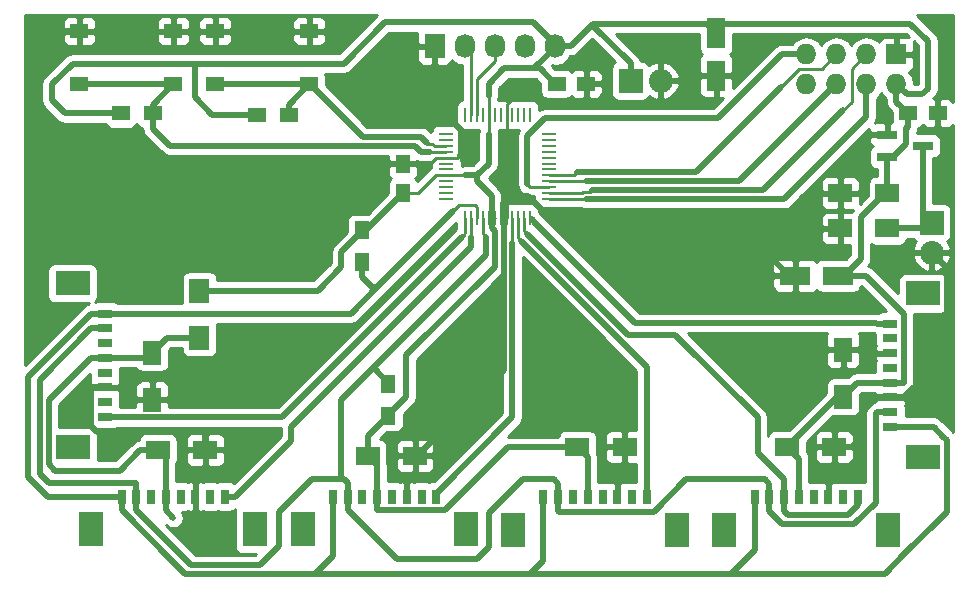
<source format=gbr>
G04 #@! TF.FileFunction,Copper,L1,Top,Signal*
%FSLAX46Y46*%
G04 Gerber Fmt 4.6, Leading zero omitted, Abs format (unit mm)*
G04 Created by KiCad (PCBNEW (2015-09-28 BZR 6225)-product) date fre 11 dec 2015 17:30:42*
%MOMM*%
G01*
G04 APERTURE LIST*
%ADD10C,0.100000*%
%ADD11R,1.600200X2.600960*%
%ADD12R,2.600960X1.600200*%
%ADD13R,1.727200X1.727200*%
%ADD14O,1.727200X1.727200*%
%ADD15R,1.727200X2.032000*%
%ADD16O,1.727200X2.032000*%
%ADD17R,1.500000X1.300000*%
%ADD18R,1.550000X1.300000*%
%ADD19R,1.300000X0.250000*%
%ADD20R,0.250000X1.300000*%
%ADD21R,1.300000X1.500000*%
%ADD22R,2.000000X1.600000*%
%ADD23R,2.032000X2.032000*%
%ADD24O,2.032000X2.032000*%
%ADD25R,1.800860X0.800100*%
%ADD26R,0.800000X1.300000*%
%ADD27R,2.100000X3.000000*%
%ADD28R,1.300000X0.800000*%
%ADD29R,3.000000X2.100000*%
%ADD30R,1.500000X1.250000*%
%ADD31R,1.600000X2.000000*%
%ADD32R,1.250000X1.500000*%
%ADD33R,1.700000X2.000000*%
%ADD34C,2.540000*%
%ADD35C,0.500000*%
%ADD36C,0.250000*%
%ADD37C,0.254000*%
G04 APERTURE END LIST*
D10*
D11*
X178750000Y-52199140D03*
X178750000Y-55800860D03*
D12*
X189050860Y-72750000D03*
X185449140Y-72750000D03*
D13*
X194000000Y-54000000D03*
D14*
X194000000Y-56540000D03*
X191460000Y-54000000D03*
X191460000Y-56540000D03*
X188920000Y-54000000D03*
X188920000Y-56540000D03*
X186380000Y-54000000D03*
X186380000Y-56540000D03*
D15*
X154920000Y-53300000D03*
D16*
X157460000Y-53300000D03*
X160000000Y-53300000D03*
X162540000Y-53300000D03*
X165080000Y-53300000D03*
D17*
X128350000Y-59000000D03*
X131050000Y-59000000D03*
X139850000Y-59100000D03*
X142550000Y-59100000D03*
D18*
X136325000Y-56550000D03*
X136325000Y-52050000D03*
X144275000Y-52050000D03*
X144275000Y-56550000D03*
X124825000Y-56550000D03*
X124825000Y-52050000D03*
X132775000Y-52050000D03*
X132775000Y-56550000D03*
D19*
X155900000Y-60750000D03*
X155900000Y-61250000D03*
X155900000Y-61750000D03*
X155900000Y-62250000D03*
X155900000Y-62750000D03*
X155900000Y-63250000D03*
X155900000Y-63750000D03*
X155900000Y-64250000D03*
X155900000Y-64750000D03*
X155900000Y-65250000D03*
X155900000Y-65750000D03*
X155900000Y-66250000D03*
D20*
X157500000Y-67850000D03*
X158000000Y-67850000D03*
X158500000Y-67850000D03*
X159000000Y-67850000D03*
X159500000Y-67850000D03*
X160000000Y-67850000D03*
X160500000Y-67850000D03*
X161000000Y-67850000D03*
X161500000Y-67850000D03*
X162000000Y-67850000D03*
X162500000Y-67850000D03*
X163000000Y-67850000D03*
D19*
X164600000Y-66250000D03*
X164600000Y-65750000D03*
X164600000Y-65250000D03*
X164600000Y-64750000D03*
X164600000Y-64250000D03*
X164600000Y-63750000D03*
X164600000Y-63250000D03*
X164600000Y-62750000D03*
X164600000Y-62250000D03*
X164600000Y-61750000D03*
X164600000Y-61250000D03*
X164600000Y-60750000D03*
D20*
X163000000Y-59150000D03*
X162500000Y-59150000D03*
X162000000Y-59150000D03*
X161500000Y-59150000D03*
X161000000Y-59150000D03*
X160500000Y-59150000D03*
X160000000Y-59150000D03*
X159500000Y-59150000D03*
X159000000Y-59150000D03*
X158500000Y-59150000D03*
X158000000Y-59150000D03*
X157500000Y-59150000D03*
D21*
X151000000Y-84600000D03*
X151000000Y-81900000D03*
X148750000Y-68900000D03*
X148750000Y-71600000D03*
D22*
X189250000Y-68750000D03*
X193250000Y-68750000D03*
X189250000Y-65750000D03*
X193250000Y-65750000D03*
D23*
X197000000Y-68250000D03*
D24*
X197000000Y-70790000D03*
D23*
X171500000Y-56250000D03*
D24*
X174040000Y-56250000D03*
D25*
X193248860Y-60800000D03*
X193248860Y-62700000D03*
X196251140Y-61750000D03*
D26*
X128400000Y-91450000D03*
X129650000Y-91450000D03*
X130900000Y-91450000D03*
X132150000Y-91450000D03*
X133400000Y-91450000D03*
X134650000Y-91450000D03*
X135900000Y-91450000D03*
X137150000Y-91450000D03*
D27*
X125850000Y-94200000D03*
X139700000Y-94200000D03*
D26*
X146300000Y-91450000D03*
X147550000Y-91450000D03*
X148800000Y-91450000D03*
X150050000Y-91450000D03*
X151300000Y-91450000D03*
X152550000Y-91450000D03*
X153800000Y-91450000D03*
X155050000Y-91450000D03*
D27*
X143750000Y-94200000D03*
X157600000Y-94200000D03*
D26*
X164125000Y-91500000D03*
X165375000Y-91500000D03*
X166625000Y-91500000D03*
X167875000Y-91500000D03*
X169125000Y-91500000D03*
X170375000Y-91500000D03*
X171625000Y-91500000D03*
X172875000Y-91500000D03*
D27*
X161575000Y-94250000D03*
X175425000Y-94250000D03*
D26*
X182000000Y-91500000D03*
X183250000Y-91500000D03*
X184500000Y-91500000D03*
X185750000Y-91500000D03*
X187000000Y-91500000D03*
X188250000Y-91500000D03*
X189500000Y-91500000D03*
X190750000Y-91500000D03*
D27*
X179450000Y-94250000D03*
X193300000Y-94250000D03*
D28*
X193500000Y-85550000D03*
X193500000Y-84300000D03*
X193500000Y-83050000D03*
X193500000Y-81800000D03*
X193500000Y-80550000D03*
X193500000Y-79300000D03*
X193500000Y-78050000D03*
X193500000Y-76800000D03*
D29*
X196250000Y-88100000D03*
X196250000Y-74250000D03*
D28*
X127000000Y-75950000D03*
X127000000Y-77200000D03*
X127000000Y-78450000D03*
X127000000Y-79700000D03*
X127000000Y-80950000D03*
X127000000Y-82200000D03*
X127000000Y-83450000D03*
X127000000Y-84700000D03*
D29*
X124250000Y-73400000D03*
X124250000Y-87250000D03*
D30*
X195000000Y-59000000D03*
X197500000Y-59000000D03*
D22*
X167000000Y-87250000D03*
X171000000Y-87250000D03*
X184750000Y-87250000D03*
X188750000Y-87250000D03*
D31*
X189500000Y-83000000D03*
X189500000Y-79000000D03*
X131000000Y-79250000D03*
X131000000Y-83250000D03*
D22*
X149250000Y-88000000D03*
X153250000Y-88000000D03*
X131500000Y-87500000D03*
X135500000Y-87500000D03*
D30*
X165250000Y-56500000D03*
X167750000Y-56500000D03*
D32*
X152250000Y-65750000D03*
X152250000Y-63250000D03*
D33*
X135000000Y-78000000D03*
X135000000Y-74000000D03*
D34*
X180000000Y-70250000D03*
X183500000Y-80500000D03*
X168500000Y-82250000D03*
X156500000Y-81500000D03*
X139000000Y-87000000D03*
X137500000Y-80500000D03*
X135000000Y-65250000D03*
D35*
X194000000Y-56540000D02*
X194000000Y-58000000D01*
X194000000Y-58000000D02*
X195000000Y-59000000D01*
X193248860Y-62700000D02*
X193749240Y-62700000D01*
X195000000Y-60125000D02*
X195000000Y-59000000D01*
X193749240Y-62700000D02*
X194850709Y-61598531D01*
X194850709Y-61598531D02*
X194850709Y-60274291D01*
X194850709Y-60274291D02*
X195000000Y-60125000D01*
X135000000Y-78000000D02*
X132250000Y-78000000D01*
X132250000Y-78000000D02*
X131000000Y-79250000D01*
X147000000Y-72000000D02*
X147000000Y-70750000D01*
X147000000Y-70750000D02*
X148750000Y-69000000D01*
X148750000Y-69000000D02*
X148750000Y-68900000D01*
X145000000Y-74000000D02*
X147000000Y-72000000D01*
X135000000Y-74000000D02*
X145000000Y-74000000D01*
X122799998Y-89250000D02*
X128250000Y-89250000D01*
X128250000Y-89250000D02*
X130000000Y-87500000D01*
X130000000Y-87500000D02*
X131500000Y-87500000D01*
X122250000Y-83300000D02*
X122249999Y-88700001D01*
X122249999Y-88700001D02*
X122799998Y-89250000D01*
X127000000Y-79700000D02*
X125850000Y-79700000D01*
X125850000Y-79700000D02*
X122250000Y-83300000D01*
X132150000Y-91450000D02*
X132150000Y-92600000D01*
X132150000Y-92600000D02*
X132800000Y-93250000D01*
X196700000Y-56900000D02*
X196700000Y-55156575D01*
X196700000Y-55156575D02*
X196700000Y-52900000D01*
X150050000Y-91450000D02*
X150050001Y-92600001D01*
X150050001Y-92600001D02*
X155799999Y-92600001D01*
X155799999Y-92600001D02*
X161150000Y-87250000D01*
X161150000Y-87250000D02*
X165500000Y-87250000D01*
X165500000Y-87250000D02*
X167000000Y-87250000D01*
X189500000Y-83000000D02*
X189000000Y-83000000D01*
X189000000Y-83000000D02*
X184750000Y-87250000D01*
X193500000Y-81800000D02*
X194650001Y-81799999D01*
X194650001Y-81799999D02*
X194650001Y-75999999D01*
X194650001Y-75999999D02*
X191400002Y-72750000D01*
X191400002Y-72750000D02*
X190851340Y-72750000D01*
X190851340Y-72750000D02*
X189050860Y-72750000D01*
X191000000Y-67800000D02*
X191000000Y-71301240D01*
X191000000Y-71301240D02*
X189551240Y-72750000D01*
X189551240Y-72750000D02*
X189050860Y-72750000D01*
X193250000Y-65750000D02*
X193050000Y-65750000D01*
X193050000Y-65750000D02*
X191000000Y-67800000D01*
X177672266Y-51400000D02*
X179235754Y-51400000D01*
X168343600Y-51400000D02*
X177672266Y-51400000D01*
X177672266Y-51400000D02*
X177950860Y-51400000D01*
X177950860Y-51400000D02*
X178750000Y-52199140D01*
X179235754Y-51400000D02*
X195200000Y-51400000D01*
X179250000Y-51414246D02*
X179235754Y-51400000D01*
X163333784Y-55198616D02*
X163823616Y-55198616D01*
X163823616Y-55198616D02*
X165125000Y-56500000D01*
X165125000Y-56500000D02*
X165250000Y-56500000D01*
X163333784Y-55198616D02*
X165080000Y-53452400D01*
X160801384Y-55198616D02*
X163333784Y-55198616D01*
X159500000Y-56500000D02*
X160801384Y-55198616D01*
X159500000Y-57500000D02*
X159500000Y-56500000D01*
D36*
X160000000Y-67850000D02*
X159877912Y-67850000D01*
X159877912Y-67850000D02*
X159750000Y-67722088D01*
D35*
X159750000Y-66000000D02*
X159750000Y-67722088D01*
X159750000Y-67722088D02*
X159750000Y-68750000D01*
D36*
X159500000Y-67850000D02*
X159622088Y-67850000D01*
X159622088Y-67850000D02*
X159750000Y-67722088D01*
D35*
X152500000Y-79500000D02*
X152500000Y-83000000D01*
X152500000Y-83000000D02*
X151000000Y-84500000D01*
X151000000Y-84500000D02*
X151000000Y-84600000D01*
X160000000Y-72000000D02*
X152500000Y-79500000D01*
X160000000Y-69000000D02*
X160000000Y-72000000D01*
X159750000Y-68750000D02*
X160000000Y-69000000D01*
X158500000Y-64750000D02*
X159750000Y-66000000D01*
X158500000Y-64250000D02*
X158500000Y-64750000D01*
X149250000Y-88000000D02*
X149250000Y-86350000D01*
X149250000Y-86350000D02*
X151000000Y-84600000D01*
X148750000Y-68900000D02*
X149100000Y-68900000D01*
X149100000Y-68900000D02*
X152250000Y-65750000D01*
D36*
X155000000Y-64250000D02*
X153500000Y-65750000D01*
X153500000Y-65750000D02*
X152250000Y-65750000D01*
X155900000Y-64250000D02*
X155000000Y-64250000D01*
D35*
X171500000Y-56250000D02*
X171500000Y-54734000D01*
X171500000Y-54734000D02*
X168343600Y-51577600D01*
X168343600Y-51577600D02*
X168343600Y-51400000D01*
X127000000Y-79700000D02*
X130550000Y-79700000D01*
X130550000Y-79700000D02*
X131000000Y-79250000D01*
X132150000Y-91450000D02*
X132150000Y-88150000D01*
X132150000Y-88150000D02*
X131500000Y-87500000D01*
X150050000Y-91450000D02*
X150050000Y-88800000D01*
X150050000Y-88800000D02*
X149250000Y-88000000D01*
X167875000Y-91500000D02*
X167875000Y-88125000D01*
X167875000Y-88125000D02*
X167000000Y-87250000D01*
X185750000Y-91500000D02*
X185750000Y-88250000D01*
X185750000Y-88250000D02*
X184750000Y-87250000D01*
X193500000Y-81800000D02*
X190700000Y-81800000D01*
X190700000Y-81800000D02*
X189500000Y-83000000D01*
X193248860Y-62700000D02*
X193248860Y-65748860D01*
X193248860Y-65748860D02*
X193250000Y-65750000D01*
X158500000Y-64250000D02*
X159500000Y-63250000D01*
X159500000Y-63250000D02*
X159500000Y-60750000D01*
X157500000Y-64250000D02*
X158500000Y-64250000D01*
X165080000Y-53452400D02*
X165080000Y-53300000D01*
D36*
X159500000Y-59150000D02*
X159500000Y-57500000D01*
X159500000Y-59150000D02*
X159500000Y-60750000D01*
X155900000Y-64250000D02*
X157500000Y-64250000D01*
D35*
X196700000Y-52900000D02*
X195200000Y-51400000D01*
X196196401Y-57403599D02*
X196700000Y-56900000D01*
X194000000Y-56540000D02*
X194863599Y-57403599D01*
X194863599Y-57403599D02*
X196196401Y-57403599D01*
X165080000Y-53300000D02*
X166443600Y-53300000D01*
X166443600Y-53300000D02*
X168343600Y-51400000D01*
X134604812Y-57604812D02*
X136100000Y-59100000D01*
X136100000Y-59100000D02*
X139850000Y-59100000D01*
X134604812Y-54800000D02*
X147200000Y-54800000D01*
X124249998Y-54800000D02*
X134604812Y-54800000D01*
X134604812Y-54800000D02*
X134604812Y-57604812D01*
X150700000Y-51300000D02*
X163232400Y-51300000D01*
X163232400Y-51300000D02*
X165080000Y-53147600D01*
X165080000Y-53147600D02*
X165080000Y-53300000D01*
X147200000Y-54800000D02*
X150700000Y-51300000D01*
X122500000Y-57900000D02*
X122500000Y-56549998D01*
X122500000Y-56549998D02*
X124249998Y-54800000D01*
X123600000Y-59000000D02*
X122500000Y-57900000D01*
X128350000Y-59000000D02*
X123600000Y-59000000D01*
D36*
X156800000Y-62750000D02*
X157050001Y-62499999D01*
X157050001Y-62499999D02*
X157000000Y-62550000D01*
D35*
X157500000Y-62050000D02*
X157050001Y-62499999D01*
X157500000Y-60750000D02*
X157500000Y-62050000D01*
D36*
X156276699Y-59526699D02*
X154920000Y-58170000D01*
X157000000Y-60250000D02*
X156276699Y-59526699D01*
D35*
X156276699Y-59526699D02*
X157500000Y-60750000D01*
D36*
X164210135Y-67210135D02*
X169750000Y-72750000D01*
X162917596Y-65917596D02*
X164210135Y-67210135D01*
D35*
X164210135Y-67210135D02*
X164035137Y-67210135D01*
X164035137Y-67210135D02*
X162825002Y-66000000D01*
D36*
X161000000Y-65116807D02*
X161000000Y-64164131D01*
X161000000Y-64164131D02*
X161000000Y-59150000D01*
D35*
X161000000Y-65000000D02*
X161000000Y-64164131D01*
X161000000Y-66000000D02*
X161000000Y-65000000D01*
X160750000Y-66250000D02*
X161000000Y-66000000D01*
X160750000Y-67750000D02*
X160750000Y-66250000D01*
D36*
X161000000Y-67850000D02*
X161000000Y-66434661D01*
X161000000Y-66434661D02*
X161000000Y-65904381D01*
X160500000Y-66500000D02*
X160934661Y-66500000D01*
X160934661Y-66500000D02*
X161000000Y-66434661D01*
X160500000Y-67850000D02*
X160500000Y-66500000D01*
D35*
X197000000Y-70790000D02*
X198186589Y-71976589D01*
X193500000Y-83050000D02*
X194650001Y-83049999D01*
X194650001Y-83049999D02*
X198250001Y-79449999D01*
X198250001Y-79449999D02*
X198250001Y-72040001D01*
X198250001Y-72040001D02*
X198186589Y-71976589D01*
X182448760Y-70250000D02*
X180000000Y-70250000D01*
X184948760Y-72750000D02*
X182448760Y-70250000D01*
X189500000Y-79000000D02*
X185000000Y-79000000D01*
X185000000Y-79000000D02*
X183500000Y-80500000D01*
X171000000Y-87250000D02*
X171000000Y-84750000D01*
X171000000Y-84750000D02*
X168500000Y-82250000D01*
X158281582Y-83168418D02*
X159776735Y-81673265D01*
X153450000Y-88000000D02*
X158281582Y-83168418D01*
X158281582Y-83168418D02*
X158168418Y-83168418D01*
X158168418Y-83168418D02*
X156500000Y-81500000D01*
X135500000Y-87500000D02*
X138500000Y-87500000D01*
X138500000Y-87500000D02*
X139000000Y-87000000D01*
X131000000Y-83250000D02*
X134750000Y-83250000D01*
X134750000Y-83250000D02*
X137500000Y-80500000D01*
X121500000Y-61250000D02*
X125519763Y-65269763D01*
X125519763Y-65269763D02*
X134980237Y-65269763D01*
X134980237Y-65269763D02*
X135000000Y-65250000D01*
X185449140Y-72750000D02*
X184948760Y-72750000D01*
X159776735Y-81673265D02*
X160750000Y-80700000D01*
X121500000Y-54100000D02*
X121500000Y-61250000D01*
X124825000Y-52050000D02*
X123550000Y-52050000D01*
X123550000Y-52050000D02*
X121500000Y-54100000D01*
X135250000Y-86000000D02*
X135300000Y-86000000D01*
X135300000Y-86000000D02*
X135500000Y-86200000D01*
X135500000Y-86200000D02*
X135500000Y-87500000D01*
X133800000Y-86000000D02*
X135250000Y-86000000D01*
X126349998Y-86000000D02*
X133800000Y-86000000D01*
X127000000Y-82200000D02*
X125849999Y-82200001D01*
X125849999Y-82200001D02*
X125849999Y-85500001D01*
X125849999Y-85500001D02*
X126349998Y-86000000D01*
D36*
X161013215Y-65917596D02*
X161000000Y-65904381D01*
X161000000Y-65904381D02*
X161000000Y-65116807D01*
X162917596Y-65917596D02*
X161013215Y-65917596D01*
X169750000Y-72750000D02*
X183898660Y-72750000D01*
X183898660Y-72750000D02*
X185449140Y-72750000D01*
X154920000Y-58170000D02*
X154920000Y-53300000D01*
X157000000Y-62550000D02*
X157000000Y-60250000D01*
X155900000Y-62750000D02*
X156800000Y-62750000D01*
X155000000Y-62750000D02*
X154500000Y-63250000D01*
X154500000Y-63250000D02*
X152250000Y-63250000D01*
X155900000Y-62750000D02*
X155000000Y-62750000D01*
D35*
X191250000Y-86250000D02*
X191250000Y-84150000D01*
X191250000Y-84150000D02*
X192350000Y-83050000D01*
X192350000Y-83050000D02*
X193500000Y-83050000D01*
X188750000Y-87250000D02*
X190250000Y-87250000D01*
X190250000Y-87250000D02*
X191250000Y-86250000D01*
D36*
X167750000Y-57750000D02*
X167750000Y-56500000D01*
X161500000Y-57750000D02*
X167750000Y-57750000D01*
X161000000Y-58250000D02*
X161500000Y-57750000D01*
X161000000Y-59150000D02*
X161000000Y-58250000D01*
X161000000Y-67850000D02*
X160850000Y-67850000D01*
X160850000Y-67850000D02*
X160750000Y-67750000D01*
X160500000Y-67850000D02*
X160650000Y-67850000D01*
X160650000Y-67850000D02*
X160750000Y-67750000D01*
D35*
X160750000Y-67750000D02*
X160750000Y-67500000D01*
X160750000Y-80700000D02*
X160750000Y-67750000D01*
X153250000Y-88000000D02*
X153450000Y-88000000D01*
X182750000Y-65500000D02*
X168264930Y-65500000D01*
D36*
X164600000Y-65750000D02*
X167366103Y-65750000D01*
X167366103Y-65750000D02*
X167491113Y-65624990D01*
X168139940Y-65624990D02*
X168264930Y-65500000D01*
X167491113Y-65624990D02*
X168139940Y-65624990D01*
D35*
X189500000Y-58750000D02*
X182750000Y-65500000D01*
D36*
X190221399Y-58028601D02*
X189500000Y-58750000D01*
X191460000Y-54000000D02*
X190221399Y-55238601D01*
X190221399Y-55238601D02*
X190221399Y-58028601D01*
X164600000Y-66250000D02*
X167750000Y-66250000D01*
D35*
X184500000Y-66250000D02*
X167750000Y-66250000D01*
X191460000Y-59290000D02*
X184500000Y-66250000D01*
X191460000Y-56540000D02*
X191460000Y-59290000D01*
D36*
X164600000Y-64250000D02*
X166750000Y-64250000D01*
X166750000Y-64250000D02*
X167000000Y-64000000D01*
D35*
X177000000Y-64000000D02*
X167000000Y-64000000D01*
X184250000Y-56750000D02*
X177000000Y-64000000D01*
D36*
X185761399Y-55238601D02*
X184250000Y-56750000D01*
X188920000Y-54000000D02*
X187681399Y-55238601D01*
X187681399Y-55238601D02*
X185761399Y-55238601D01*
X164600000Y-64750000D02*
X167750000Y-64750000D01*
D35*
X180710000Y-64750000D02*
X167750000Y-64750000D01*
X188920000Y-56540000D02*
X180710000Y-64750000D01*
X164265328Y-59409670D02*
X162750000Y-60924998D01*
X186380000Y-54000000D02*
X184286335Y-54000000D01*
X164265328Y-59409670D02*
X178876665Y-59409670D01*
X178876665Y-59409670D02*
X184286335Y-54000000D01*
D36*
X163000000Y-65250000D02*
X164600000Y-65250000D01*
X162750000Y-65000000D02*
X163000000Y-65250000D01*
D35*
X162750000Y-60924998D02*
X162750000Y-65000000D01*
D36*
X158000000Y-59150000D02*
X158000000Y-53840000D01*
X158000000Y-53840000D02*
X157460000Y-53300000D01*
X160000000Y-53300000D02*
X160000000Y-54566000D01*
X160000000Y-54566000D02*
X158500000Y-56066000D01*
X158500000Y-56066000D02*
X158500000Y-59150000D01*
D35*
X132500000Y-61750000D02*
X131050000Y-60300000D01*
X131050000Y-60300000D02*
X131050000Y-59000000D01*
X153250000Y-61750000D02*
X132500000Y-61750000D01*
X153750000Y-62250000D02*
X153250000Y-61750000D01*
X154500000Y-62250000D02*
X153750000Y-62250000D01*
D36*
X155900000Y-62250000D02*
X154500000Y-62250000D01*
D35*
X131050000Y-59000000D02*
X131150000Y-59000000D01*
X132775000Y-56550000D02*
X124825000Y-56550000D01*
X131050000Y-59000000D02*
X131050000Y-58275000D01*
X131050000Y-58275000D02*
X132775000Y-56550000D01*
D36*
X154250000Y-61500000D02*
X154374990Y-61624990D01*
X154374990Y-61624990D02*
X154758887Y-61624990D01*
X154758887Y-61624990D02*
X154883897Y-61750000D01*
X154883897Y-61750000D02*
X155900000Y-61750000D01*
D35*
X153750000Y-61000000D02*
X154250000Y-61500000D01*
X148850000Y-61000000D02*
X153750000Y-61000000D01*
X144275000Y-56550000D02*
X144400000Y-56550000D01*
X144400000Y-56550000D02*
X148850000Y-61000000D01*
X136325000Y-56550000D02*
X144275000Y-56550000D01*
X142550000Y-59100000D02*
X142550000Y-58275000D01*
X142550000Y-58275000D02*
X144275000Y-56550000D01*
X129650000Y-90300000D02*
X129650000Y-91450000D01*
X125850000Y-77200000D02*
X121499989Y-81550011D01*
X122239325Y-90300000D02*
X129650000Y-90300000D01*
X121499989Y-81550011D02*
X121499989Y-89560664D01*
X127000000Y-77200000D02*
X125850000Y-77200000D01*
X121499989Y-89560664D02*
X122239325Y-90300000D01*
X144499998Y-90000000D02*
X144898498Y-90000000D01*
X144898498Y-90000000D02*
X147000000Y-90000000D01*
X141750000Y-95600002D02*
X141750000Y-92749998D01*
X141750000Y-92749998D02*
X144499998Y-90000000D01*
X134300000Y-97250000D02*
X140100002Y-97250000D01*
X140100002Y-97250000D02*
X141750000Y-95600002D01*
X129650001Y-92600001D02*
X134300000Y-97250000D01*
X158500002Y-96750000D02*
X151700000Y-96750000D01*
X151700000Y-96750000D02*
X147550000Y-92600000D01*
X159500000Y-92874998D02*
X159500000Y-95750002D01*
X159500000Y-95750002D02*
X158500002Y-96750000D01*
X163964375Y-90000000D02*
X165025000Y-90000000D01*
X163964375Y-90000000D02*
X162374998Y-90000000D01*
X162374998Y-90000000D02*
X159500000Y-92874998D01*
X184350000Y-93750000D02*
X190450002Y-93750000D01*
X190450002Y-93750000D02*
X192250000Y-91950002D01*
X183250000Y-91500000D02*
X183250000Y-92650000D01*
X183250000Y-92650000D02*
X184350000Y-93750000D01*
X147000000Y-83250000D02*
X149819604Y-80430396D01*
X149819604Y-80430396D02*
X159250000Y-71000000D01*
X151000000Y-81900000D02*
X151000000Y-81800000D01*
X151000000Y-81800000D02*
X149819604Y-80619604D01*
X149819604Y-80619604D02*
X149819604Y-80430396D01*
X192250000Y-91950002D02*
X192250000Y-84400000D01*
X192350000Y-84300000D02*
X193500000Y-84300000D01*
X192250000Y-84400000D02*
X192350000Y-84300000D01*
X176224998Y-90000000D02*
X182900000Y-90000000D01*
X182900000Y-90000000D02*
X183250000Y-90350000D01*
X183250000Y-90350000D02*
X183250000Y-91500000D01*
X165475000Y-92750000D02*
X173474998Y-92750000D01*
X173474998Y-92750000D02*
X176224998Y-90000000D01*
X165375000Y-91500000D02*
X165375000Y-92650000D01*
X165375000Y-92650000D02*
X165475000Y-92750000D01*
X165025000Y-90000000D02*
X165375000Y-90350000D01*
X165375000Y-90350000D02*
X165375000Y-91500000D01*
X147550000Y-91450000D02*
X147550000Y-92600000D01*
X147000000Y-90000000D02*
X147250000Y-90000000D01*
X147250000Y-90000000D02*
X147550000Y-90300000D01*
X147550000Y-90300000D02*
X147550000Y-91450000D01*
X129650000Y-91450000D02*
X129650001Y-92600001D01*
D36*
X159250000Y-69500000D02*
X159000000Y-69250000D01*
D35*
X159250000Y-71000000D02*
X159250000Y-69500000D01*
X147000000Y-90000000D02*
X147000000Y-83250000D01*
D36*
X159000000Y-67850000D02*
X159000000Y-69250000D01*
D35*
X197985102Y-86385100D02*
X197150002Y-85550000D01*
X194774331Y-96225671D02*
X197501551Y-93498451D01*
X197985102Y-86385100D02*
X198250001Y-86649999D01*
X198250001Y-86649999D02*
X198250001Y-92750001D01*
X198250001Y-92750001D02*
X197501551Y-93498451D01*
X125850000Y-75950000D02*
X120499978Y-81300022D01*
X120499978Y-89810653D02*
X122139325Y-91450000D01*
X127000000Y-75950000D02*
X125850000Y-75950000D01*
X120499978Y-81300022D02*
X120499978Y-89810653D01*
X122139325Y-91450000D02*
X127500000Y-91450000D01*
X127500000Y-91450000D02*
X128400000Y-91450000D01*
X182000000Y-91500000D02*
X182000000Y-96000000D01*
X182000000Y-96000000D02*
X180000000Y-98000000D01*
X164125000Y-91500000D02*
X164125000Y-96875000D01*
X164125000Y-96875000D02*
X163000000Y-98000000D01*
X146300000Y-91450000D02*
X146300000Y-96450000D01*
X146300000Y-96450000D02*
X144750000Y-98000000D01*
X133800000Y-98000000D02*
X144750000Y-98000000D01*
X144750000Y-98000000D02*
X163000000Y-98000000D01*
X163000000Y-98000000D02*
X180000000Y-98000000D01*
X180000000Y-98000000D02*
X193000002Y-98000000D01*
X193000002Y-98000000D02*
X194774331Y-96225671D01*
X132800000Y-97000000D02*
X133800000Y-98000000D01*
X156500000Y-67250000D02*
X150049556Y-73700444D01*
X150049556Y-73700444D02*
X147800000Y-75950000D01*
X148750000Y-71600000D02*
X148750000Y-72850000D01*
X148750000Y-72850000D02*
X149600444Y-73700444D01*
X149600444Y-73700444D02*
X150049556Y-73700444D01*
X194650000Y-85550000D02*
X193500000Y-85550000D01*
X197150002Y-85550000D02*
X194650000Y-85550000D01*
X128400000Y-91450000D02*
X128400000Y-92600000D01*
X128400000Y-92600000D02*
X132800000Y-97000000D01*
X147800000Y-75950000D02*
X127000000Y-75950000D01*
D36*
X157000000Y-66750000D02*
X156500000Y-67250000D01*
X158300000Y-66750000D02*
X157000000Y-66750000D01*
X158500000Y-67850000D02*
X158500000Y-66950000D01*
X158500000Y-66950000D02*
X158300000Y-66750000D01*
D35*
X193250000Y-68750000D02*
X196500000Y-68750000D01*
X196500000Y-68750000D02*
X197000000Y-68250000D01*
X196251140Y-61750000D02*
X196251140Y-67501140D01*
X196251140Y-67501140D02*
X197000000Y-68250000D01*
X142787037Y-85562963D02*
X158000000Y-70350000D01*
X137150000Y-91450000D02*
X138050000Y-91450000D01*
X138050000Y-91450000D02*
X142787037Y-86712963D01*
X142787037Y-86712963D02*
X142787037Y-85562963D01*
D36*
X158000000Y-69500000D02*
X158000000Y-67850000D01*
D35*
X158000000Y-70350000D02*
X158000000Y-69500000D01*
D36*
X161500000Y-70000000D02*
X161500000Y-67850000D01*
D35*
X161500000Y-84750000D02*
X161500000Y-70000000D01*
X155050000Y-91450000D02*
X155050000Y-91200000D01*
X155050000Y-91200000D02*
X161500000Y-84750000D01*
X172875000Y-91500000D02*
X172875000Y-80435674D01*
X172875000Y-80435674D02*
X169500000Y-77060674D01*
X169500000Y-77060674D02*
X169000000Y-76560674D01*
D36*
X162000000Y-67850000D02*
X162000000Y-69560674D01*
X162000000Y-69560674D02*
X162219663Y-69780337D01*
D35*
X169000000Y-76560674D02*
X162219663Y-69780337D01*
X184850000Y-93000000D02*
X189950002Y-93000000D01*
X189950002Y-93000000D02*
X190750000Y-92200002D01*
X190750000Y-92200002D02*
X190750000Y-91500000D01*
X184500000Y-91500000D02*
X184500000Y-92650000D01*
X184500000Y-92650000D02*
X184850000Y-93000000D01*
X182250000Y-87750000D02*
X184500000Y-90000000D01*
X184500000Y-90000000D02*
X184500000Y-91500000D01*
X182250000Y-84750000D02*
X182250000Y-87750000D01*
X175250000Y-77750000D02*
X182250000Y-84750000D01*
X174722790Y-77750000D02*
X171250000Y-77750000D01*
X174722790Y-77750000D02*
X175250000Y-77750000D01*
D36*
X162500000Y-67850000D02*
X162500000Y-69000000D01*
X162500000Y-69000000D02*
X162750000Y-69250000D01*
D35*
X171250000Y-77750000D02*
X162750000Y-69250000D01*
X171900000Y-76750000D02*
X163395232Y-68245232D01*
X163395232Y-68245232D02*
X163125010Y-67975010D01*
D36*
X163000000Y-67850000D02*
X163395232Y-68245232D01*
D35*
X192300000Y-76750000D02*
X171900000Y-76750000D01*
X193500000Y-76800000D02*
X192350000Y-76800000D01*
X192350000Y-76800000D02*
X192300000Y-76750000D01*
D36*
X157250000Y-69500000D02*
X157374990Y-69375010D01*
X157374990Y-69375010D02*
X157374990Y-69241113D01*
X157374990Y-69241113D02*
X157500000Y-69116103D01*
X157500000Y-69116103D02*
X157500000Y-67850000D01*
D35*
X141999999Y-84750001D02*
X157250000Y-69500000D01*
X127000000Y-84700000D02*
X128150000Y-84700000D01*
X128150000Y-84700000D02*
X128200001Y-84750001D01*
X128200001Y-84750001D02*
X141999999Y-84750001D01*
D37*
G36*
X128200001Y-85635002D02*
X128200006Y-85635001D01*
X141902037Y-85635001D01*
X141902037Y-86346384D01*
X137946229Y-90302191D01*
X137801890Y-90203569D01*
X137550000Y-90152560D01*
X136750000Y-90152560D01*
X136516740Y-90196451D01*
X136300000Y-90152560D01*
X135500000Y-90152560D01*
X135264683Y-90196838D01*
X135260175Y-90199739D01*
X135176309Y-90165000D01*
X134935750Y-90165000D01*
X134777000Y-90323750D01*
X134777000Y-91323000D01*
X134797000Y-91323000D01*
X134797000Y-91577000D01*
X134777000Y-91577000D01*
X134777000Y-92576250D01*
X134935750Y-92735000D01*
X135176309Y-92735000D01*
X135262424Y-92699330D01*
X135500000Y-92747440D01*
X136300000Y-92747440D01*
X136533260Y-92703549D01*
X136750000Y-92747440D01*
X137550000Y-92747440D01*
X137785317Y-92703162D01*
X138001441Y-92564090D01*
X138042147Y-92504515D01*
X138002560Y-92700000D01*
X138002560Y-95700000D01*
X138046838Y-95935317D01*
X138185910Y-96151441D01*
X138398110Y-96296431D01*
X138650000Y-96347440D01*
X139750982Y-96347440D01*
X139733422Y-96365000D01*
X134666579Y-96365000D01*
X132183730Y-93882150D01*
X132461326Y-94067633D01*
X132800000Y-94135001D01*
X133138675Y-94067633D01*
X133425790Y-93875790D01*
X133617633Y-93588675D01*
X133685001Y-93250000D01*
X133617633Y-92911326D01*
X133508129Y-92747440D01*
X133800000Y-92747440D01*
X134035317Y-92703162D01*
X134039825Y-92700261D01*
X134123691Y-92735000D01*
X134364250Y-92735000D01*
X134523000Y-92576250D01*
X134523000Y-91577000D01*
X134503000Y-91577000D01*
X134503000Y-91323000D01*
X134523000Y-91323000D01*
X134523000Y-90323750D01*
X134364250Y-90165000D01*
X134123691Y-90165000D01*
X134037576Y-90200670D01*
X133800000Y-90152560D01*
X133035000Y-90152560D01*
X133035000Y-88641797D01*
X133096431Y-88551890D01*
X133147440Y-88300000D01*
X133147440Y-87785750D01*
X133865000Y-87785750D01*
X133865000Y-88426310D01*
X133961673Y-88659699D01*
X134140302Y-88838327D01*
X134373691Y-88935000D01*
X135214250Y-88935000D01*
X135373000Y-88776250D01*
X135373000Y-87627000D01*
X135627000Y-87627000D01*
X135627000Y-88776250D01*
X135785750Y-88935000D01*
X136626309Y-88935000D01*
X136859698Y-88838327D01*
X137038327Y-88659699D01*
X137135000Y-88426310D01*
X137135000Y-87785750D01*
X136976250Y-87627000D01*
X135627000Y-87627000D01*
X135373000Y-87627000D01*
X134023750Y-87627000D01*
X133865000Y-87785750D01*
X133147440Y-87785750D01*
X133147440Y-86700000D01*
X133123674Y-86573690D01*
X133865000Y-86573690D01*
X133865000Y-87214250D01*
X134023750Y-87373000D01*
X135373000Y-87373000D01*
X135373000Y-86223750D01*
X135627000Y-86223750D01*
X135627000Y-87373000D01*
X136976250Y-87373000D01*
X137135000Y-87214250D01*
X137135000Y-86573690D01*
X137038327Y-86340301D01*
X136859698Y-86161673D01*
X136626309Y-86065000D01*
X135785750Y-86065000D01*
X135627000Y-86223750D01*
X135373000Y-86223750D01*
X135214250Y-86065000D01*
X134373691Y-86065000D01*
X134140302Y-86161673D01*
X133961673Y-86340301D01*
X133865000Y-86573690D01*
X133123674Y-86573690D01*
X133103162Y-86464683D01*
X132964090Y-86248559D01*
X132751890Y-86103569D01*
X132500000Y-86052560D01*
X130500000Y-86052560D01*
X130264683Y-86096838D01*
X130048559Y-86235910D01*
X129903569Y-86448110D01*
X129864307Y-86641991D01*
X129717516Y-86671190D01*
X129661325Y-86682367D01*
X129374210Y-86874210D01*
X129374208Y-86874213D01*
X127883420Y-88365000D01*
X126384277Y-88365000D01*
X126397440Y-88300000D01*
X126397440Y-86200000D01*
X126353162Y-85964683D01*
X126214090Y-85748559D01*
X126154515Y-85707853D01*
X126350000Y-85747440D01*
X127650000Y-85747440D01*
X127885317Y-85703162D01*
X128040535Y-85603282D01*
X128200001Y-85635002D01*
X128200001Y-85635002D01*
G37*
X128200001Y-85635002D02*
X128200006Y-85635001D01*
X141902037Y-85635001D01*
X141902037Y-86346384D01*
X137946229Y-90302191D01*
X137801890Y-90203569D01*
X137550000Y-90152560D01*
X136750000Y-90152560D01*
X136516740Y-90196451D01*
X136300000Y-90152560D01*
X135500000Y-90152560D01*
X135264683Y-90196838D01*
X135260175Y-90199739D01*
X135176309Y-90165000D01*
X134935750Y-90165000D01*
X134777000Y-90323750D01*
X134777000Y-91323000D01*
X134797000Y-91323000D01*
X134797000Y-91577000D01*
X134777000Y-91577000D01*
X134777000Y-92576250D01*
X134935750Y-92735000D01*
X135176309Y-92735000D01*
X135262424Y-92699330D01*
X135500000Y-92747440D01*
X136300000Y-92747440D01*
X136533260Y-92703549D01*
X136750000Y-92747440D01*
X137550000Y-92747440D01*
X137785317Y-92703162D01*
X138001441Y-92564090D01*
X138042147Y-92504515D01*
X138002560Y-92700000D01*
X138002560Y-95700000D01*
X138046838Y-95935317D01*
X138185910Y-96151441D01*
X138398110Y-96296431D01*
X138650000Y-96347440D01*
X139750982Y-96347440D01*
X139733422Y-96365000D01*
X134666579Y-96365000D01*
X132183730Y-93882150D01*
X132461326Y-94067633D01*
X132800000Y-94135001D01*
X133138675Y-94067633D01*
X133425790Y-93875790D01*
X133617633Y-93588675D01*
X133685001Y-93250000D01*
X133617633Y-92911326D01*
X133508129Y-92747440D01*
X133800000Y-92747440D01*
X134035317Y-92703162D01*
X134039825Y-92700261D01*
X134123691Y-92735000D01*
X134364250Y-92735000D01*
X134523000Y-92576250D01*
X134523000Y-91577000D01*
X134503000Y-91577000D01*
X134503000Y-91323000D01*
X134523000Y-91323000D01*
X134523000Y-90323750D01*
X134364250Y-90165000D01*
X134123691Y-90165000D01*
X134037576Y-90200670D01*
X133800000Y-90152560D01*
X133035000Y-90152560D01*
X133035000Y-88641797D01*
X133096431Y-88551890D01*
X133147440Y-88300000D01*
X133147440Y-87785750D01*
X133865000Y-87785750D01*
X133865000Y-88426310D01*
X133961673Y-88659699D01*
X134140302Y-88838327D01*
X134373691Y-88935000D01*
X135214250Y-88935000D01*
X135373000Y-88776250D01*
X135373000Y-87627000D01*
X135627000Y-87627000D01*
X135627000Y-88776250D01*
X135785750Y-88935000D01*
X136626309Y-88935000D01*
X136859698Y-88838327D01*
X137038327Y-88659699D01*
X137135000Y-88426310D01*
X137135000Y-87785750D01*
X136976250Y-87627000D01*
X135627000Y-87627000D01*
X135373000Y-87627000D01*
X134023750Y-87627000D01*
X133865000Y-87785750D01*
X133147440Y-87785750D01*
X133147440Y-86700000D01*
X133123674Y-86573690D01*
X133865000Y-86573690D01*
X133865000Y-87214250D01*
X134023750Y-87373000D01*
X135373000Y-87373000D01*
X135373000Y-86223750D01*
X135627000Y-86223750D01*
X135627000Y-87373000D01*
X136976250Y-87373000D01*
X137135000Y-87214250D01*
X137135000Y-86573690D01*
X137038327Y-86340301D01*
X136859698Y-86161673D01*
X136626309Y-86065000D01*
X135785750Y-86065000D01*
X135627000Y-86223750D01*
X135373000Y-86223750D01*
X135214250Y-86065000D01*
X134373691Y-86065000D01*
X134140302Y-86161673D01*
X133961673Y-86340301D01*
X133865000Y-86573690D01*
X133123674Y-86573690D01*
X133103162Y-86464683D01*
X132964090Y-86248559D01*
X132751890Y-86103569D01*
X132500000Y-86052560D01*
X130500000Y-86052560D01*
X130264683Y-86096838D01*
X130048559Y-86235910D01*
X129903569Y-86448110D01*
X129864307Y-86641991D01*
X129717516Y-86671190D01*
X129661325Y-86682367D01*
X129374210Y-86874210D01*
X129374208Y-86874213D01*
X127883420Y-88365000D01*
X126384277Y-88365000D01*
X126397440Y-88300000D01*
X126397440Y-86200000D01*
X126353162Y-85964683D01*
X126214090Y-85748559D01*
X126154515Y-85707853D01*
X126350000Y-85747440D01*
X127650000Y-85747440D01*
X127885317Y-85703162D01*
X128040535Y-85603282D01*
X128200001Y-85635002D01*
G36*
X168374208Y-77186461D02*
X168374210Y-77186464D01*
X168874208Y-77686461D01*
X168874210Y-77686464D01*
X171990000Y-80802253D01*
X171990000Y-85815000D01*
X171285750Y-85815000D01*
X171127000Y-85973750D01*
X171127000Y-87123000D01*
X171147000Y-87123000D01*
X171147000Y-87377000D01*
X171127000Y-87377000D01*
X171127000Y-88526250D01*
X171285750Y-88685000D01*
X171990000Y-88685000D01*
X171990000Y-90202560D01*
X171225000Y-90202560D01*
X170989683Y-90246838D01*
X170985175Y-90249739D01*
X170901309Y-90215000D01*
X170660750Y-90215000D01*
X170502000Y-90373750D01*
X170502000Y-91373000D01*
X170522000Y-91373000D01*
X170522000Y-91627000D01*
X170502000Y-91627000D01*
X170502000Y-91647000D01*
X170248000Y-91647000D01*
X170248000Y-91627000D01*
X170228000Y-91627000D01*
X170228000Y-91373000D01*
X170248000Y-91373000D01*
X170248000Y-90373750D01*
X170089250Y-90215000D01*
X169848691Y-90215000D01*
X169762576Y-90250670D01*
X169525000Y-90202560D01*
X168760000Y-90202560D01*
X168760000Y-88125005D01*
X168760001Y-88125000D01*
X168692633Y-87786326D01*
X168692633Y-87786325D01*
X168647440Y-87718689D01*
X168647440Y-87535750D01*
X169365000Y-87535750D01*
X169365000Y-88176310D01*
X169461673Y-88409699D01*
X169640302Y-88588327D01*
X169873691Y-88685000D01*
X170714250Y-88685000D01*
X170873000Y-88526250D01*
X170873000Y-87377000D01*
X169523750Y-87377000D01*
X169365000Y-87535750D01*
X168647440Y-87535750D01*
X168647440Y-86450000D01*
X168623674Y-86323690D01*
X169365000Y-86323690D01*
X169365000Y-86964250D01*
X169523750Y-87123000D01*
X170873000Y-87123000D01*
X170873000Y-85973750D01*
X170714250Y-85815000D01*
X169873691Y-85815000D01*
X169640302Y-85911673D01*
X169461673Y-86090301D01*
X169365000Y-86323690D01*
X168623674Y-86323690D01*
X168603162Y-86214683D01*
X168464090Y-85998559D01*
X168251890Y-85853569D01*
X168000000Y-85802560D01*
X166000000Y-85802560D01*
X165764683Y-85846838D01*
X165548559Y-85985910D01*
X165403569Y-86198110D01*
X165369773Y-86365000D01*
X161150005Y-86365000D01*
X161150000Y-86364999D01*
X161133248Y-86368331D01*
X162125787Y-85375792D01*
X162125790Y-85375790D01*
X162317633Y-85088675D01*
X162385000Y-84750000D01*
X162385000Y-71197254D01*
X168374208Y-77186461D01*
X168374208Y-77186461D01*
G37*
X168374208Y-77186461D02*
X168374210Y-77186464D01*
X168874208Y-77686461D01*
X168874210Y-77686464D01*
X171990000Y-80802253D01*
X171990000Y-85815000D01*
X171285750Y-85815000D01*
X171127000Y-85973750D01*
X171127000Y-87123000D01*
X171147000Y-87123000D01*
X171147000Y-87377000D01*
X171127000Y-87377000D01*
X171127000Y-88526250D01*
X171285750Y-88685000D01*
X171990000Y-88685000D01*
X171990000Y-90202560D01*
X171225000Y-90202560D01*
X170989683Y-90246838D01*
X170985175Y-90249739D01*
X170901309Y-90215000D01*
X170660750Y-90215000D01*
X170502000Y-90373750D01*
X170502000Y-91373000D01*
X170522000Y-91373000D01*
X170522000Y-91627000D01*
X170502000Y-91627000D01*
X170502000Y-91647000D01*
X170248000Y-91647000D01*
X170248000Y-91627000D01*
X170228000Y-91627000D01*
X170228000Y-91373000D01*
X170248000Y-91373000D01*
X170248000Y-90373750D01*
X170089250Y-90215000D01*
X169848691Y-90215000D01*
X169762576Y-90250670D01*
X169525000Y-90202560D01*
X168760000Y-90202560D01*
X168760000Y-88125005D01*
X168760001Y-88125000D01*
X168692633Y-87786326D01*
X168692633Y-87786325D01*
X168647440Y-87718689D01*
X168647440Y-87535750D01*
X169365000Y-87535750D01*
X169365000Y-88176310D01*
X169461673Y-88409699D01*
X169640302Y-88588327D01*
X169873691Y-88685000D01*
X170714250Y-88685000D01*
X170873000Y-88526250D01*
X170873000Y-87377000D01*
X169523750Y-87377000D01*
X169365000Y-87535750D01*
X168647440Y-87535750D01*
X168647440Y-86450000D01*
X168623674Y-86323690D01*
X169365000Y-86323690D01*
X169365000Y-86964250D01*
X169523750Y-87123000D01*
X170873000Y-87123000D01*
X170873000Y-85973750D01*
X170714250Y-85815000D01*
X169873691Y-85815000D01*
X169640302Y-85911673D01*
X169461673Y-86090301D01*
X169365000Y-86323690D01*
X168623674Y-86323690D01*
X168603162Y-86214683D01*
X168464090Y-85998559D01*
X168251890Y-85853569D01*
X168000000Y-85802560D01*
X166000000Y-85802560D01*
X165764683Y-85846838D01*
X165548559Y-85985910D01*
X165403569Y-86198110D01*
X165369773Y-86365000D01*
X161150005Y-86365000D01*
X161150000Y-86364999D01*
X161133248Y-86368331D01*
X162125787Y-85375792D01*
X162125790Y-85375790D01*
X162317633Y-85088675D01*
X162385000Y-84750000D01*
X162385000Y-71197254D01*
X168374208Y-77186461D01*
G36*
X198790000Y-58019340D02*
X198788327Y-58015301D01*
X198609698Y-57836673D01*
X198376309Y-57740000D01*
X197785750Y-57740000D01*
X197627000Y-57898750D01*
X197627000Y-58873000D01*
X197647000Y-58873000D01*
X197647000Y-59127000D01*
X197627000Y-59127000D01*
X197627000Y-60101250D01*
X197785750Y-60260000D01*
X198376309Y-60260000D01*
X198609698Y-60163327D01*
X198788327Y-59984699D01*
X198790000Y-59980660D01*
X198790000Y-85938419D01*
X198610892Y-85759310D01*
X198610889Y-85759308D01*
X197775792Y-84924210D01*
X197717110Y-84885000D01*
X197488677Y-84732367D01*
X197432486Y-84721190D01*
X197150002Y-84664999D01*
X197149997Y-84665000D01*
X194797440Y-84665000D01*
X194797440Y-83900000D01*
X194753162Y-83664683D01*
X194750261Y-83660175D01*
X194785000Y-83576309D01*
X194785000Y-83335750D01*
X194626250Y-83177000D01*
X193627000Y-83177000D01*
X193627000Y-83197000D01*
X193373000Y-83197000D01*
X193373000Y-83177000D01*
X192373750Y-83177000D01*
X192215000Y-83335750D01*
X192215000Y-83441853D01*
X192011325Y-83482367D01*
X191724210Y-83674210D01*
X191724208Y-83674213D01*
X191624210Y-83774210D01*
X191432367Y-84061325D01*
X191432367Y-84061326D01*
X191364999Y-84400000D01*
X191365000Y-84400005D01*
X191365000Y-90246099D01*
X191150000Y-90202560D01*
X190350000Y-90202560D01*
X190116740Y-90246451D01*
X189900000Y-90202560D01*
X189100000Y-90202560D01*
X188864683Y-90246838D01*
X188860175Y-90249739D01*
X188776309Y-90215000D01*
X188535750Y-90215000D01*
X188377000Y-90373750D01*
X188377000Y-91373000D01*
X188397000Y-91373000D01*
X188397000Y-91627000D01*
X188377000Y-91627000D01*
X188377000Y-91647000D01*
X188123000Y-91647000D01*
X188123000Y-91627000D01*
X188103000Y-91627000D01*
X188103000Y-91373000D01*
X188123000Y-91373000D01*
X188123000Y-90373750D01*
X187964250Y-90215000D01*
X187723691Y-90215000D01*
X187637576Y-90250670D01*
X187400000Y-90202560D01*
X186635000Y-90202560D01*
X186635000Y-88250005D01*
X186635001Y-88250000D01*
X186567634Y-87911326D01*
X186483727Y-87785750D01*
X186397440Y-87656612D01*
X186397440Y-87535750D01*
X187115000Y-87535750D01*
X187115000Y-88176310D01*
X187211673Y-88409699D01*
X187390302Y-88588327D01*
X187623691Y-88685000D01*
X188464250Y-88685000D01*
X188623000Y-88526250D01*
X188623000Y-87377000D01*
X188877000Y-87377000D01*
X188877000Y-88526250D01*
X189035750Y-88685000D01*
X189876309Y-88685000D01*
X190109698Y-88588327D01*
X190288327Y-88409699D01*
X190385000Y-88176310D01*
X190385000Y-87535750D01*
X190226250Y-87377000D01*
X188877000Y-87377000D01*
X188623000Y-87377000D01*
X187273750Y-87377000D01*
X187115000Y-87535750D01*
X186397440Y-87535750D01*
X186397440Y-86854140D01*
X186927889Y-86323690D01*
X187115000Y-86323690D01*
X187115000Y-86964250D01*
X187273750Y-87123000D01*
X188623000Y-87123000D01*
X188623000Y-85973750D01*
X188877000Y-85973750D01*
X188877000Y-87123000D01*
X190226250Y-87123000D01*
X190385000Y-86964250D01*
X190385000Y-86323690D01*
X190288327Y-86090301D01*
X190109698Y-85911673D01*
X189876309Y-85815000D01*
X189035750Y-85815000D01*
X188877000Y-85973750D01*
X188623000Y-85973750D01*
X188464250Y-85815000D01*
X187623691Y-85815000D01*
X187390302Y-85911673D01*
X187211673Y-86090301D01*
X187115000Y-86323690D01*
X186927889Y-86323690D01*
X188620282Y-84631297D01*
X188700000Y-84647440D01*
X190300000Y-84647440D01*
X190535317Y-84603162D01*
X190751441Y-84464090D01*
X190896431Y-84251890D01*
X190947440Y-84000000D01*
X190947440Y-82804139D01*
X191066579Y-82685000D01*
X192215000Y-82685000D01*
X192215000Y-82764250D01*
X192373750Y-82923000D01*
X193373000Y-82923000D01*
X193373000Y-82903000D01*
X193627000Y-82903000D01*
X193627000Y-82923000D01*
X194626250Y-82923000D01*
X194785000Y-82764250D01*
X194785000Y-82658146D01*
X194988677Y-82617632D01*
X195180520Y-82489447D01*
X195275791Y-82425789D01*
X195467634Y-82138674D01*
X195535001Y-81799999D01*
X195535001Y-76000004D01*
X195535002Y-75999999D01*
X195524547Y-75947440D01*
X197750000Y-75947440D01*
X197985317Y-75903162D01*
X198201441Y-75764090D01*
X198346431Y-75551890D01*
X198397440Y-75300000D01*
X198397440Y-73200000D01*
X198353162Y-72964683D01*
X198214090Y-72748559D01*
X198001890Y-72603569D01*
X197750000Y-72552560D01*
X194750000Y-72552560D01*
X194514683Y-72596838D01*
X194298559Y-72735910D01*
X194153569Y-72948110D01*
X194102560Y-73200000D01*
X194102560Y-74200979D01*
X192025792Y-72124210D01*
X191888338Y-72032367D01*
X191738677Y-71932367D01*
X191682486Y-71921190D01*
X191635886Y-71911920D01*
X191817633Y-71639915D01*
X191832011Y-71567633D01*
X191885001Y-71301240D01*
X191885000Y-71301235D01*
X191885000Y-71172944D01*
X195394025Y-71172944D01*
X195593615Y-71654818D01*
X196031621Y-72127188D01*
X196617054Y-72395983D01*
X196873000Y-72277367D01*
X196873000Y-70917000D01*
X197127000Y-70917000D01*
X197127000Y-72277367D01*
X197382946Y-72395983D01*
X197968379Y-72127188D01*
X198406385Y-71654818D01*
X198605975Y-71172944D01*
X198486836Y-70917000D01*
X197127000Y-70917000D01*
X196873000Y-70917000D01*
X195513164Y-70917000D01*
X195394025Y-71172944D01*
X191885000Y-71172944D01*
X191885000Y-70069146D01*
X191998110Y-70146431D01*
X192250000Y-70197440D01*
X194250000Y-70197440D01*
X194485317Y-70153162D01*
X194701441Y-70014090D01*
X194846431Y-69801890D01*
X194880227Y-69635000D01*
X195466861Y-69635000D01*
X195519910Y-69717441D01*
X195682948Y-69828840D01*
X195593615Y-69925182D01*
X195394025Y-70407056D01*
X195513164Y-70663000D01*
X196873000Y-70663000D01*
X196873000Y-70643000D01*
X197127000Y-70643000D01*
X197127000Y-70663000D01*
X198486836Y-70663000D01*
X198605975Y-70407056D01*
X198406385Y-69925182D01*
X198315903Y-69827602D01*
X198467441Y-69730090D01*
X198612431Y-69517890D01*
X198663440Y-69266000D01*
X198663440Y-67234000D01*
X198619162Y-66998683D01*
X198480090Y-66782559D01*
X198267890Y-66637569D01*
X198016000Y-66586560D01*
X197136140Y-66586560D01*
X197136140Y-62797490D01*
X197151570Y-62797490D01*
X197386887Y-62753212D01*
X197603011Y-62614140D01*
X197748001Y-62401940D01*
X197799010Y-62150050D01*
X197799010Y-61349950D01*
X197754732Y-61114633D01*
X197615660Y-60898509D01*
X197403460Y-60753519D01*
X197151570Y-60702510D01*
X195735709Y-60702510D01*
X195735709Y-60586284D01*
X195817633Y-60463675D01*
X195859781Y-60251783D01*
X195985317Y-60228162D01*
X196201441Y-60089090D01*
X196247969Y-60020994D01*
X196390302Y-60163327D01*
X196623691Y-60260000D01*
X197214250Y-60260000D01*
X197373000Y-60101250D01*
X197373000Y-59127000D01*
X197353000Y-59127000D01*
X197353000Y-58873000D01*
X197373000Y-58873000D01*
X197373000Y-57898750D01*
X197214250Y-57740000D01*
X197111579Y-57740000D01*
X197325787Y-57525792D01*
X197325790Y-57525790D01*
X197485076Y-57287401D01*
X197517634Y-57238674D01*
X197585001Y-56900000D01*
X197585000Y-56899995D01*
X197585000Y-52900000D01*
X197517633Y-52561325D01*
X197325790Y-52274210D01*
X197325787Y-52274208D01*
X195825790Y-50774210D01*
X195729692Y-50710000D01*
X198790000Y-50710000D01*
X198790000Y-58019340D01*
X198790000Y-58019340D01*
G37*
X198790000Y-58019340D02*
X198788327Y-58015301D01*
X198609698Y-57836673D01*
X198376309Y-57740000D01*
X197785750Y-57740000D01*
X197627000Y-57898750D01*
X197627000Y-58873000D01*
X197647000Y-58873000D01*
X197647000Y-59127000D01*
X197627000Y-59127000D01*
X197627000Y-60101250D01*
X197785750Y-60260000D01*
X198376309Y-60260000D01*
X198609698Y-60163327D01*
X198788327Y-59984699D01*
X198790000Y-59980660D01*
X198790000Y-85938419D01*
X198610892Y-85759310D01*
X198610889Y-85759308D01*
X197775792Y-84924210D01*
X197717110Y-84885000D01*
X197488677Y-84732367D01*
X197432486Y-84721190D01*
X197150002Y-84664999D01*
X197149997Y-84665000D01*
X194797440Y-84665000D01*
X194797440Y-83900000D01*
X194753162Y-83664683D01*
X194750261Y-83660175D01*
X194785000Y-83576309D01*
X194785000Y-83335750D01*
X194626250Y-83177000D01*
X193627000Y-83177000D01*
X193627000Y-83197000D01*
X193373000Y-83197000D01*
X193373000Y-83177000D01*
X192373750Y-83177000D01*
X192215000Y-83335750D01*
X192215000Y-83441853D01*
X192011325Y-83482367D01*
X191724210Y-83674210D01*
X191724208Y-83674213D01*
X191624210Y-83774210D01*
X191432367Y-84061325D01*
X191432367Y-84061326D01*
X191364999Y-84400000D01*
X191365000Y-84400005D01*
X191365000Y-90246099D01*
X191150000Y-90202560D01*
X190350000Y-90202560D01*
X190116740Y-90246451D01*
X189900000Y-90202560D01*
X189100000Y-90202560D01*
X188864683Y-90246838D01*
X188860175Y-90249739D01*
X188776309Y-90215000D01*
X188535750Y-90215000D01*
X188377000Y-90373750D01*
X188377000Y-91373000D01*
X188397000Y-91373000D01*
X188397000Y-91627000D01*
X188377000Y-91627000D01*
X188377000Y-91647000D01*
X188123000Y-91647000D01*
X188123000Y-91627000D01*
X188103000Y-91627000D01*
X188103000Y-91373000D01*
X188123000Y-91373000D01*
X188123000Y-90373750D01*
X187964250Y-90215000D01*
X187723691Y-90215000D01*
X187637576Y-90250670D01*
X187400000Y-90202560D01*
X186635000Y-90202560D01*
X186635000Y-88250005D01*
X186635001Y-88250000D01*
X186567634Y-87911326D01*
X186483727Y-87785750D01*
X186397440Y-87656612D01*
X186397440Y-87535750D01*
X187115000Y-87535750D01*
X187115000Y-88176310D01*
X187211673Y-88409699D01*
X187390302Y-88588327D01*
X187623691Y-88685000D01*
X188464250Y-88685000D01*
X188623000Y-88526250D01*
X188623000Y-87377000D01*
X188877000Y-87377000D01*
X188877000Y-88526250D01*
X189035750Y-88685000D01*
X189876309Y-88685000D01*
X190109698Y-88588327D01*
X190288327Y-88409699D01*
X190385000Y-88176310D01*
X190385000Y-87535750D01*
X190226250Y-87377000D01*
X188877000Y-87377000D01*
X188623000Y-87377000D01*
X187273750Y-87377000D01*
X187115000Y-87535750D01*
X186397440Y-87535750D01*
X186397440Y-86854140D01*
X186927889Y-86323690D01*
X187115000Y-86323690D01*
X187115000Y-86964250D01*
X187273750Y-87123000D01*
X188623000Y-87123000D01*
X188623000Y-85973750D01*
X188877000Y-85973750D01*
X188877000Y-87123000D01*
X190226250Y-87123000D01*
X190385000Y-86964250D01*
X190385000Y-86323690D01*
X190288327Y-86090301D01*
X190109698Y-85911673D01*
X189876309Y-85815000D01*
X189035750Y-85815000D01*
X188877000Y-85973750D01*
X188623000Y-85973750D01*
X188464250Y-85815000D01*
X187623691Y-85815000D01*
X187390302Y-85911673D01*
X187211673Y-86090301D01*
X187115000Y-86323690D01*
X186927889Y-86323690D01*
X188620282Y-84631297D01*
X188700000Y-84647440D01*
X190300000Y-84647440D01*
X190535317Y-84603162D01*
X190751441Y-84464090D01*
X190896431Y-84251890D01*
X190947440Y-84000000D01*
X190947440Y-82804139D01*
X191066579Y-82685000D01*
X192215000Y-82685000D01*
X192215000Y-82764250D01*
X192373750Y-82923000D01*
X193373000Y-82923000D01*
X193373000Y-82903000D01*
X193627000Y-82903000D01*
X193627000Y-82923000D01*
X194626250Y-82923000D01*
X194785000Y-82764250D01*
X194785000Y-82658146D01*
X194988677Y-82617632D01*
X195180520Y-82489447D01*
X195275791Y-82425789D01*
X195467634Y-82138674D01*
X195535001Y-81799999D01*
X195535001Y-76000004D01*
X195535002Y-75999999D01*
X195524547Y-75947440D01*
X197750000Y-75947440D01*
X197985317Y-75903162D01*
X198201441Y-75764090D01*
X198346431Y-75551890D01*
X198397440Y-75300000D01*
X198397440Y-73200000D01*
X198353162Y-72964683D01*
X198214090Y-72748559D01*
X198001890Y-72603569D01*
X197750000Y-72552560D01*
X194750000Y-72552560D01*
X194514683Y-72596838D01*
X194298559Y-72735910D01*
X194153569Y-72948110D01*
X194102560Y-73200000D01*
X194102560Y-74200979D01*
X192025792Y-72124210D01*
X191888338Y-72032367D01*
X191738677Y-71932367D01*
X191682486Y-71921190D01*
X191635886Y-71911920D01*
X191817633Y-71639915D01*
X191832011Y-71567633D01*
X191885001Y-71301240D01*
X191885000Y-71301235D01*
X191885000Y-71172944D01*
X195394025Y-71172944D01*
X195593615Y-71654818D01*
X196031621Y-72127188D01*
X196617054Y-72395983D01*
X196873000Y-72277367D01*
X196873000Y-70917000D01*
X197127000Y-70917000D01*
X197127000Y-72277367D01*
X197382946Y-72395983D01*
X197968379Y-72127188D01*
X198406385Y-71654818D01*
X198605975Y-71172944D01*
X198486836Y-70917000D01*
X197127000Y-70917000D01*
X196873000Y-70917000D01*
X195513164Y-70917000D01*
X195394025Y-71172944D01*
X191885000Y-71172944D01*
X191885000Y-70069146D01*
X191998110Y-70146431D01*
X192250000Y-70197440D01*
X194250000Y-70197440D01*
X194485317Y-70153162D01*
X194701441Y-70014090D01*
X194846431Y-69801890D01*
X194880227Y-69635000D01*
X195466861Y-69635000D01*
X195519910Y-69717441D01*
X195682948Y-69828840D01*
X195593615Y-69925182D01*
X195394025Y-70407056D01*
X195513164Y-70663000D01*
X196873000Y-70663000D01*
X196873000Y-70643000D01*
X197127000Y-70643000D01*
X197127000Y-70663000D01*
X198486836Y-70663000D01*
X198605975Y-70407056D01*
X198406385Y-69925182D01*
X198315903Y-69827602D01*
X198467441Y-69730090D01*
X198612431Y-69517890D01*
X198663440Y-69266000D01*
X198663440Y-67234000D01*
X198619162Y-66998683D01*
X198480090Y-66782559D01*
X198267890Y-66637569D01*
X198016000Y-66586560D01*
X197136140Y-66586560D01*
X197136140Y-62797490D01*
X197151570Y-62797490D01*
X197386887Y-62753212D01*
X197603011Y-62614140D01*
X197748001Y-62401940D01*
X197799010Y-62150050D01*
X197799010Y-61349950D01*
X197754732Y-61114633D01*
X197615660Y-60898509D01*
X197403460Y-60753519D01*
X197151570Y-60702510D01*
X195735709Y-60702510D01*
X195735709Y-60586284D01*
X195817633Y-60463675D01*
X195859781Y-60251783D01*
X195985317Y-60228162D01*
X196201441Y-60089090D01*
X196247969Y-60020994D01*
X196390302Y-60163327D01*
X196623691Y-60260000D01*
X197214250Y-60260000D01*
X197373000Y-60101250D01*
X197373000Y-59127000D01*
X197353000Y-59127000D01*
X197353000Y-58873000D01*
X197373000Y-58873000D01*
X197373000Y-57898750D01*
X197214250Y-57740000D01*
X197111579Y-57740000D01*
X197325787Y-57525792D01*
X197325790Y-57525790D01*
X197485076Y-57287401D01*
X197517634Y-57238674D01*
X197585001Y-56900000D01*
X197585000Y-56899995D01*
X197585000Y-52900000D01*
X197517633Y-52561325D01*
X197325790Y-52274210D01*
X197325787Y-52274208D01*
X195825790Y-50774210D01*
X195729692Y-50710000D01*
X198790000Y-50710000D01*
X198790000Y-58019340D01*
G36*
X160615000Y-84383421D02*
X154845860Y-90152560D01*
X154650000Y-90152560D01*
X154416740Y-90196451D01*
X154200000Y-90152560D01*
X153400000Y-90152560D01*
X153164683Y-90196838D01*
X153160175Y-90199739D01*
X153076309Y-90165000D01*
X152835750Y-90165000D01*
X152677000Y-90323750D01*
X152677000Y-91323000D01*
X152697000Y-91323000D01*
X152697000Y-91577000D01*
X152677000Y-91577000D01*
X152677000Y-91597000D01*
X152423000Y-91597000D01*
X152423000Y-91577000D01*
X152403000Y-91577000D01*
X152403000Y-91323000D01*
X152423000Y-91323000D01*
X152423000Y-90323750D01*
X152264250Y-90165000D01*
X152023691Y-90165000D01*
X151937576Y-90200670D01*
X151700000Y-90152560D01*
X150935000Y-90152560D01*
X150935000Y-88800005D01*
X150935001Y-88800000D01*
X150897440Y-88611172D01*
X150897440Y-88285750D01*
X151615000Y-88285750D01*
X151615000Y-88926310D01*
X151711673Y-89159699D01*
X151890302Y-89338327D01*
X152123691Y-89435000D01*
X152964250Y-89435000D01*
X153123000Y-89276250D01*
X153123000Y-88127000D01*
X153377000Y-88127000D01*
X153377000Y-89276250D01*
X153535750Y-89435000D01*
X154376309Y-89435000D01*
X154609698Y-89338327D01*
X154788327Y-89159699D01*
X154885000Y-88926310D01*
X154885000Y-88285750D01*
X154726250Y-88127000D01*
X153377000Y-88127000D01*
X153123000Y-88127000D01*
X151773750Y-88127000D01*
X151615000Y-88285750D01*
X150897440Y-88285750D01*
X150897440Y-87200000D01*
X150873674Y-87073690D01*
X151615000Y-87073690D01*
X151615000Y-87714250D01*
X151773750Y-87873000D01*
X153123000Y-87873000D01*
X153123000Y-86723750D01*
X153377000Y-86723750D01*
X153377000Y-87873000D01*
X154726250Y-87873000D01*
X154885000Y-87714250D01*
X154885000Y-87073690D01*
X154788327Y-86840301D01*
X154609698Y-86661673D01*
X154376309Y-86565000D01*
X153535750Y-86565000D01*
X153377000Y-86723750D01*
X153123000Y-86723750D01*
X152964250Y-86565000D01*
X152123691Y-86565000D01*
X151890302Y-86661673D01*
X151711673Y-86840301D01*
X151615000Y-87073690D01*
X150873674Y-87073690D01*
X150853162Y-86964683D01*
X150714090Y-86748559D01*
X150501890Y-86603569D01*
X150290765Y-86560815D01*
X150854139Y-85997440D01*
X151650000Y-85997440D01*
X151885317Y-85953162D01*
X152101441Y-85814090D01*
X152246431Y-85601890D01*
X152297440Y-85350000D01*
X152297440Y-84454140D01*
X153125787Y-83625792D01*
X153125790Y-83625790D01*
X153317633Y-83338675D01*
X153385000Y-83000000D01*
X153385000Y-79866580D01*
X160615000Y-72636579D01*
X160615000Y-84383421D01*
X160615000Y-84383421D01*
G37*
X160615000Y-84383421D02*
X154845860Y-90152560D01*
X154650000Y-90152560D01*
X154416740Y-90196451D01*
X154200000Y-90152560D01*
X153400000Y-90152560D01*
X153164683Y-90196838D01*
X153160175Y-90199739D01*
X153076309Y-90165000D01*
X152835750Y-90165000D01*
X152677000Y-90323750D01*
X152677000Y-91323000D01*
X152697000Y-91323000D01*
X152697000Y-91577000D01*
X152677000Y-91577000D01*
X152677000Y-91597000D01*
X152423000Y-91597000D01*
X152423000Y-91577000D01*
X152403000Y-91577000D01*
X152403000Y-91323000D01*
X152423000Y-91323000D01*
X152423000Y-90323750D01*
X152264250Y-90165000D01*
X152023691Y-90165000D01*
X151937576Y-90200670D01*
X151700000Y-90152560D01*
X150935000Y-90152560D01*
X150935000Y-88800005D01*
X150935001Y-88800000D01*
X150897440Y-88611172D01*
X150897440Y-88285750D01*
X151615000Y-88285750D01*
X151615000Y-88926310D01*
X151711673Y-89159699D01*
X151890302Y-89338327D01*
X152123691Y-89435000D01*
X152964250Y-89435000D01*
X153123000Y-89276250D01*
X153123000Y-88127000D01*
X153377000Y-88127000D01*
X153377000Y-89276250D01*
X153535750Y-89435000D01*
X154376309Y-89435000D01*
X154609698Y-89338327D01*
X154788327Y-89159699D01*
X154885000Y-88926310D01*
X154885000Y-88285750D01*
X154726250Y-88127000D01*
X153377000Y-88127000D01*
X153123000Y-88127000D01*
X151773750Y-88127000D01*
X151615000Y-88285750D01*
X150897440Y-88285750D01*
X150897440Y-87200000D01*
X150873674Y-87073690D01*
X151615000Y-87073690D01*
X151615000Y-87714250D01*
X151773750Y-87873000D01*
X153123000Y-87873000D01*
X153123000Y-86723750D01*
X153377000Y-86723750D01*
X153377000Y-87873000D01*
X154726250Y-87873000D01*
X154885000Y-87714250D01*
X154885000Y-87073690D01*
X154788327Y-86840301D01*
X154609698Y-86661673D01*
X154376309Y-86565000D01*
X153535750Y-86565000D01*
X153377000Y-86723750D01*
X153123000Y-86723750D01*
X152964250Y-86565000D01*
X152123691Y-86565000D01*
X151890302Y-86661673D01*
X151711673Y-86840301D01*
X151615000Y-87073690D01*
X150873674Y-87073690D01*
X150853162Y-86964683D01*
X150714090Y-86748559D01*
X150501890Y-86603569D01*
X150290765Y-86560815D01*
X150854139Y-85997440D01*
X151650000Y-85997440D01*
X151885317Y-85953162D01*
X152101441Y-85814090D01*
X152246431Y-85601890D01*
X152297440Y-85350000D01*
X152297440Y-84454140D01*
X153125787Y-83625792D01*
X153125790Y-83625790D01*
X153317633Y-83338675D01*
X153385000Y-83000000D01*
X153385000Y-79866580D01*
X160615000Y-72636579D01*
X160615000Y-84383421D01*
G36*
X188161673Y-77640302D02*
X188065000Y-77873691D01*
X188065000Y-78714250D01*
X188223750Y-78873000D01*
X189373000Y-78873000D01*
X189373000Y-78853000D01*
X189627000Y-78853000D01*
X189627000Y-78873000D01*
X190776250Y-78873000D01*
X190935000Y-78714250D01*
X190935000Y-77873691D01*
X190838327Y-77640302D01*
X190833025Y-77635000D01*
X192098634Y-77635000D01*
X192202560Y-77655673D01*
X192202560Y-78450000D01*
X192246838Y-78685317D01*
X192249739Y-78689825D01*
X192215000Y-78773691D01*
X192215000Y-79014250D01*
X192373750Y-79173000D01*
X193373000Y-79173000D01*
X193373000Y-79153000D01*
X193627000Y-79153000D01*
X193627000Y-79173000D01*
X193647000Y-79173000D01*
X193647000Y-79427000D01*
X193627000Y-79427000D01*
X193627000Y-79447000D01*
X193373000Y-79447000D01*
X193373000Y-79427000D01*
X192373750Y-79427000D01*
X192215000Y-79585750D01*
X192215000Y-79826309D01*
X192250670Y-79912424D01*
X192202560Y-80150000D01*
X192202560Y-80915000D01*
X190700005Y-80915000D01*
X190700000Y-80914999D01*
X190361330Y-80982366D01*
X190361325Y-80982367D01*
X190074210Y-81174210D01*
X190074208Y-81174213D01*
X189895861Y-81352560D01*
X188700000Y-81352560D01*
X188464683Y-81396838D01*
X188248559Y-81535910D01*
X188103569Y-81748110D01*
X188052560Y-82000000D01*
X188052560Y-82695861D01*
X184945860Y-85802560D01*
X183750000Y-85802560D01*
X183514683Y-85846838D01*
X183298559Y-85985910D01*
X183153569Y-86198110D01*
X183135000Y-86289806D01*
X183135000Y-84750005D01*
X183135001Y-84750000D01*
X183067633Y-84411326D01*
X183067633Y-84411325D01*
X182875790Y-84124210D01*
X182875787Y-84124208D01*
X178037330Y-79285750D01*
X188065000Y-79285750D01*
X188065000Y-80126309D01*
X188161673Y-80359698D01*
X188340301Y-80538327D01*
X188573690Y-80635000D01*
X189214250Y-80635000D01*
X189373000Y-80476250D01*
X189373000Y-79127000D01*
X189627000Y-79127000D01*
X189627000Y-80476250D01*
X189785750Y-80635000D01*
X190426310Y-80635000D01*
X190659699Y-80538327D01*
X190838327Y-80359698D01*
X190935000Y-80126309D01*
X190935000Y-79285750D01*
X190776250Y-79127000D01*
X189627000Y-79127000D01*
X189373000Y-79127000D01*
X188223750Y-79127000D01*
X188065000Y-79285750D01*
X178037330Y-79285750D01*
X176386580Y-77635000D01*
X188166975Y-77635000D01*
X188161673Y-77640302D01*
X188161673Y-77640302D01*
G37*
X188161673Y-77640302D02*
X188065000Y-77873691D01*
X188065000Y-78714250D01*
X188223750Y-78873000D01*
X189373000Y-78873000D01*
X189373000Y-78853000D01*
X189627000Y-78853000D01*
X189627000Y-78873000D01*
X190776250Y-78873000D01*
X190935000Y-78714250D01*
X190935000Y-77873691D01*
X190838327Y-77640302D01*
X190833025Y-77635000D01*
X192098634Y-77635000D01*
X192202560Y-77655673D01*
X192202560Y-78450000D01*
X192246838Y-78685317D01*
X192249739Y-78689825D01*
X192215000Y-78773691D01*
X192215000Y-79014250D01*
X192373750Y-79173000D01*
X193373000Y-79173000D01*
X193373000Y-79153000D01*
X193627000Y-79153000D01*
X193627000Y-79173000D01*
X193647000Y-79173000D01*
X193647000Y-79427000D01*
X193627000Y-79427000D01*
X193627000Y-79447000D01*
X193373000Y-79447000D01*
X193373000Y-79427000D01*
X192373750Y-79427000D01*
X192215000Y-79585750D01*
X192215000Y-79826309D01*
X192250670Y-79912424D01*
X192202560Y-80150000D01*
X192202560Y-80915000D01*
X190700005Y-80915000D01*
X190700000Y-80914999D01*
X190361330Y-80982366D01*
X190361325Y-80982367D01*
X190074210Y-81174210D01*
X190074208Y-81174213D01*
X189895861Y-81352560D01*
X188700000Y-81352560D01*
X188464683Y-81396838D01*
X188248559Y-81535910D01*
X188103569Y-81748110D01*
X188052560Y-82000000D01*
X188052560Y-82695861D01*
X184945860Y-85802560D01*
X183750000Y-85802560D01*
X183514683Y-85846838D01*
X183298559Y-85985910D01*
X183153569Y-86198110D01*
X183135000Y-86289806D01*
X183135000Y-84750005D01*
X183135001Y-84750000D01*
X183067633Y-84411326D01*
X183067633Y-84411325D01*
X182875790Y-84124210D01*
X182875787Y-84124208D01*
X178037330Y-79285750D01*
X188065000Y-79285750D01*
X188065000Y-80126309D01*
X188161673Y-80359698D01*
X188340301Y-80538327D01*
X188573690Y-80635000D01*
X189214250Y-80635000D01*
X189373000Y-80476250D01*
X189373000Y-79127000D01*
X189627000Y-79127000D01*
X189627000Y-80476250D01*
X189785750Y-80635000D01*
X190426310Y-80635000D01*
X190659699Y-80538327D01*
X190838327Y-80359698D01*
X190935000Y-80126309D01*
X190935000Y-79285750D01*
X190776250Y-79127000D01*
X189627000Y-79127000D01*
X189373000Y-79127000D01*
X188223750Y-79127000D01*
X188065000Y-79285750D01*
X178037330Y-79285750D01*
X176386580Y-77635000D01*
X188166975Y-77635000D01*
X188161673Y-77640302D01*
G36*
X156727560Y-68500000D02*
X156740000Y-68566113D01*
X156740000Y-68796843D01*
X156624210Y-68874211D01*
X141633419Y-83865001D01*
X132435000Y-83865001D01*
X132435000Y-83535750D01*
X132276250Y-83377000D01*
X131127000Y-83377000D01*
X131127000Y-83397000D01*
X130873000Y-83397000D01*
X130873000Y-83377000D01*
X129723750Y-83377000D01*
X129565000Y-83535750D01*
X129565000Y-83865001D01*
X128401371Y-83865001D01*
X128401366Y-83865000D01*
X128297440Y-83844327D01*
X128297440Y-83050000D01*
X128253162Y-82814683D01*
X128250261Y-82810175D01*
X128285000Y-82726309D01*
X128285000Y-82485750D01*
X128126250Y-82327000D01*
X127127000Y-82327000D01*
X127127000Y-82347000D01*
X126873000Y-82347000D01*
X126873000Y-82327000D01*
X125873750Y-82327000D01*
X125715000Y-82485750D01*
X125715000Y-82726309D01*
X125750670Y-82812424D01*
X125702560Y-83050000D01*
X125702560Y-83850000D01*
X125746451Y-84083260D01*
X125702560Y-84300000D01*
X125702560Y-85100000D01*
X125746838Y-85335317D01*
X125885910Y-85551441D01*
X125945485Y-85592147D01*
X125750000Y-85552560D01*
X123135000Y-85552560D01*
X123135000Y-83666580D01*
X124677888Y-82123691D01*
X129565000Y-82123691D01*
X129565000Y-82964250D01*
X129723750Y-83123000D01*
X130873000Y-83123000D01*
X130873000Y-81773750D01*
X131127000Y-81773750D01*
X131127000Y-83123000D01*
X132276250Y-83123000D01*
X132435000Y-82964250D01*
X132435000Y-82123691D01*
X132338327Y-81890302D01*
X132159699Y-81711673D01*
X131926310Y-81615000D01*
X131285750Y-81615000D01*
X131127000Y-81773750D01*
X130873000Y-81773750D01*
X130714250Y-81615000D01*
X130073690Y-81615000D01*
X129840301Y-81711673D01*
X129661673Y-81890302D01*
X129565000Y-82123691D01*
X124677888Y-82123691D01*
X125702560Y-81099019D01*
X125702560Y-81350000D01*
X125746838Y-81585317D01*
X125749739Y-81589825D01*
X125715000Y-81673691D01*
X125715000Y-81914250D01*
X125873750Y-82073000D01*
X126873000Y-82073000D01*
X126873000Y-82053000D01*
X127127000Y-82053000D01*
X127127000Y-82073000D01*
X128126250Y-82073000D01*
X128285000Y-81914250D01*
X128285000Y-81673691D01*
X128249330Y-81587576D01*
X128297440Y-81350000D01*
X128297440Y-80585000D01*
X129660982Y-80585000D01*
X129735910Y-80701441D01*
X129948110Y-80846431D01*
X130200000Y-80897440D01*
X131800000Y-80897440D01*
X132035317Y-80853162D01*
X132251441Y-80714090D01*
X132396431Y-80501890D01*
X132447440Y-80250000D01*
X132447440Y-79054139D01*
X132616579Y-78885000D01*
X133502560Y-78885000D01*
X133502560Y-79000000D01*
X133546838Y-79235317D01*
X133685910Y-79451441D01*
X133898110Y-79596431D01*
X134150000Y-79647440D01*
X135850000Y-79647440D01*
X136085317Y-79603162D01*
X136301441Y-79464090D01*
X136446431Y-79251890D01*
X136497440Y-79000000D01*
X136497440Y-77000000D01*
X136466393Y-76835000D01*
X147799995Y-76835000D01*
X147800000Y-76835001D01*
X148082484Y-76778810D01*
X148138675Y-76767633D01*
X148425790Y-76575790D01*
X148425791Y-76575789D01*
X150675343Y-74326236D01*
X150675346Y-74326234D01*
X150675347Y-74326233D01*
X156727560Y-68274019D01*
X156727560Y-68500000D01*
X156727560Y-68500000D01*
G37*
X156727560Y-68500000D02*
X156740000Y-68566113D01*
X156740000Y-68796843D01*
X156624210Y-68874211D01*
X141633419Y-83865001D01*
X132435000Y-83865001D01*
X132435000Y-83535750D01*
X132276250Y-83377000D01*
X131127000Y-83377000D01*
X131127000Y-83397000D01*
X130873000Y-83397000D01*
X130873000Y-83377000D01*
X129723750Y-83377000D01*
X129565000Y-83535750D01*
X129565000Y-83865001D01*
X128401371Y-83865001D01*
X128401366Y-83865000D01*
X128297440Y-83844327D01*
X128297440Y-83050000D01*
X128253162Y-82814683D01*
X128250261Y-82810175D01*
X128285000Y-82726309D01*
X128285000Y-82485750D01*
X128126250Y-82327000D01*
X127127000Y-82327000D01*
X127127000Y-82347000D01*
X126873000Y-82347000D01*
X126873000Y-82327000D01*
X125873750Y-82327000D01*
X125715000Y-82485750D01*
X125715000Y-82726309D01*
X125750670Y-82812424D01*
X125702560Y-83050000D01*
X125702560Y-83850000D01*
X125746451Y-84083260D01*
X125702560Y-84300000D01*
X125702560Y-85100000D01*
X125746838Y-85335317D01*
X125885910Y-85551441D01*
X125945485Y-85592147D01*
X125750000Y-85552560D01*
X123135000Y-85552560D01*
X123135000Y-83666580D01*
X124677888Y-82123691D01*
X129565000Y-82123691D01*
X129565000Y-82964250D01*
X129723750Y-83123000D01*
X130873000Y-83123000D01*
X130873000Y-81773750D01*
X131127000Y-81773750D01*
X131127000Y-83123000D01*
X132276250Y-83123000D01*
X132435000Y-82964250D01*
X132435000Y-82123691D01*
X132338327Y-81890302D01*
X132159699Y-81711673D01*
X131926310Y-81615000D01*
X131285750Y-81615000D01*
X131127000Y-81773750D01*
X130873000Y-81773750D01*
X130714250Y-81615000D01*
X130073690Y-81615000D01*
X129840301Y-81711673D01*
X129661673Y-81890302D01*
X129565000Y-82123691D01*
X124677888Y-82123691D01*
X125702560Y-81099019D01*
X125702560Y-81350000D01*
X125746838Y-81585317D01*
X125749739Y-81589825D01*
X125715000Y-81673691D01*
X125715000Y-81914250D01*
X125873750Y-82073000D01*
X126873000Y-82073000D01*
X126873000Y-82053000D01*
X127127000Y-82053000D01*
X127127000Y-82073000D01*
X128126250Y-82073000D01*
X128285000Y-81914250D01*
X128285000Y-81673691D01*
X128249330Y-81587576D01*
X128297440Y-81350000D01*
X128297440Y-80585000D01*
X129660982Y-80585000D01*
X129735910Y-80701441D01*
X129948110Y-80846431D01*
X130200000Y-80897440D01*
X131800000Y-80897440D01*
X132035317Y-80853162D01*
X132251441Y-80714090D01*
X132396431Y-80501890D01*
X132447440Y-80250000D01*
X132447440Y-79054139D01*
X132616579Y-78885000D01*
X133502560Y-78885000D01*
X133502560Y-79000000D01*
X133546838Y-79235317D01*
X133685910Y-79451441D01*
X133898110Y-79596431D01*
X134150000Y-79647440D01*
X135850000Y-79647440D01*
X136085317Y-79603162D01*
X136301441Y-79464090D01*
X136446431Y-79251890D01*
X136497440Y-79000000D01*
X136497440Y-77000000D01*
X136466393Y-76835000D01*
X147799995Y-76835000D01*
X147800000Y-76835001D01*
X148082484Y-76778810D01*
X148138675Y-76767633D01*
X148425790Y-76575790D01*
X148425791Y-76575789D01*
X150675343Y-74326236D01*
X150675346Y-74326234D01*
X150675347Y-74326233D01*
X156727560Y-68274019D01*
X156727560Y-68500000D01*
G36*
X146833420Y-53915000D02*
X124250003Y-53915000D01*
X124249998Y-53914999D01*
X123970273Y-53970641D01*
X123911323Y-53982367D01*
X123624208Y-54174210D01*
X123624206Y-54174213D01*
X121874210Y-55924208D01*
X121682367Y-56211323D01*
X121682113Y-56212599D01*
X121614999Y-56549998D01*
X121615000Y-56550003D01*
X121615000Y-57899995D01*
X121614999Y-57900000D01*
X121662676Y-58139683D01*
X121682367Y-58238675D01*
X121822134Y-58447852D01*
X121874210Y-58525790D01*
X122974208Y-59625787D01*
X122974210Y-59625790D01*
X123261325Y-59817633D01*
X123317516Y-59828810D01*
X123600000Y-59885001D01*
X123600005Y-59885000D01*
X126996778Y-59885000D01*
X126996838Y-59885317D01*
X127135910Y-60101441D01*
X127348110Y-60246431D01*
X127600000Y-60297440D01*
X129100000Y-60297440D01*
X129335317Y-60253162D01*
X129551441Y-60114090D01*
X129696431Y-59901890D01*
X129699081Y-59888803D01*
X129835910Y-60101441D01*
X130048110Y-60246431D01*
X130165000Y-60270102D01*
X130165000Y-60299995D01*
X130164999Y-60300000D01*
X130210465Y-60528569D01*
X130232367Y-60638675D01*
X130397530Y-60885860D01*
X130424210Y-60925790D01*
X131874208Y-62375787D01*
X131874210Y-62375790D01*
X132161325Y-62567633D01*
X132217516Y-62578810D01*
X132500000Y-62635001D01*
X132500005Y-62635000D01*
X150990000Y-62635000D01*
X150990000Y-62964250D01*
X151148750Y-63123000D01*
X152123000Y-63123000D01*
X152123000Y-63103000D01*
X152377000Y-63103000D01*
X152377000Y-63123000D01*
X153351250Y-63123000D01*
X153408503Y-63065747D01*
X153411325Y-63067633D01*
X153467516Y-63078810D01*
X153750000Y-63135001D01*
X153750005Y-63135000D01*
X154500000Y-63135000D01*
X154604755Y-63114163D01*
X154602560Y-63125000D01*
X154602560Y-63375000D01*
X154626944Y-63504589D01*
X154603946Y-63618154D01*
X154462599Y-63712599D01*
X153451676Y-64723522D01*
X153339090Y-64548559D01*
X153270994Y-64502031D01*
X153413327Y-64359698D01*
X153510000Y-64126309D01*
X153510000Y-63535750D01*
X153351250Y-63377000D01*
X152377000Y-63377000D01*
X152377000Y-63397000D01*
X152123000Y-63397000D01*
X152123000Y-63377000D01*
X151148750Y-63377000D01*
X150990000Y-63535750D01*
X150990000Y-64126309D01*
X151086673Y-64359698D01*
X151227910Y-64500936D01*
X151173559Y-64535910D01*
X151028569Y-64748110D01*
X150977560Y-65000000D01*
X150977560Y-65770861D01*
X149245860Y-67502560D01*
X148100000Y-67502560D01*
X147864683Y-67546838D01*
X147648559Y-67685910D01*
X147503569Y-67898110D01*
X147452560Y-68150000D01*
X147452560Y-69045861D01*
X146374210Y-70124210D01*
X146182367Y-70411325D01*
X146182367Y-70411326D01*
X146114999Y-70750000D01*
X146115000Y-70750005D01*
X146115000Y-71633421D01*
X144633420Y-73115000D01*
X136497440Y-73115000D01*
X136497440Y-73000000D01*
X136453162Y-72764683D01*
X136314090Y-72548559D01*
X136101890Y-72403569D01*
X135850000Y-72352560D01*
X134150000Y-72352560D01*
X133914683Y-72396838D01*
X133698559Y-72535910D01*
X133553569Y-72748110D01*
X133502560Y-73000000D01*
X133502560Y-75000000D01*
X133514791Y-75065000D01*
X128064975Y-75065000D01*
X127901890Y-74953569D01*
X127650000Y-74902560D01*
X126350000Y-74902560D01*
X126165371Y-74937300D01*
X126201441Y-74914090D01*
X126346431Y-74701890D01*
X126397440Y-74450000D01*
X126397440Y-72350000D01*
X126353162Y-72114683D01*
X126214090Y-71898559D01*
X126001890Y-71753569D01*
X125750000Y-71702560D01*
X122750000Y-71702560D01*
X122514683Y-71746838D01*
X122298559Y-71885910D01*
X122153569Y-72098110D01*
X122102560Y-72350000D01*
X122102560Y-74450000D01*
X122146838Y-74685317D01*
X122285910Y-74901441D01*
X122498110Y-75046431D01*
X122750000Y-75097440D01*
X125686912Y-75097440D01*
X125598639Y-75114999D01*
X125511325Y-75132367D01*
X125224210Y-75324210D01*
X125224208Y-75324213D01*
X120210000Y-80338420D01*
X120210000Y-52335750D01*
X123415000Y-52335750D01*
X123415000Y-52826310D01*
X123511673Y-53059699D01*
X123690302Y-53238327D01*
X123923691Y-53335000D01*
X124539250Y-53335000D01*
X124698000Y-53176250D01*
X124698000Y-52177000D01*
X124952000Y-52177000D01*
X124952000Y-53176250D01*
X125110750Y-53335000D01*
X125726309Y-53335000D01*
X125959698Y-53238327D01*
X126138327Y-53059699D01*
X126235000Y-52826310D01*
X126235000Y-52335750D01*
X131365000Y-52335750D01*
X131365000Y-52826310D01*
X131461673Y-53059699D01*
X131640302Y-53238327D01*
X131873691Y-53335000D01*
X132489250Y-53335000D01*
X132648000Y-53176250D01*
X132648000Y-52177000D01*
X132902000Y-52177000D01*
X132902000Y-53176250D01*
X133060750Y-53335000D01*
X133676309Y-53335000D01*
X133909698Y-53238327D01*
X134088327Y-53059699D01*
X134185000Y-52826310D01*
X134185000Y-52335750D01*
X134915000Y-52335750D01*
X134915000Y-52826310D01*
X135011673Y-53059699D01*
X135190302Y-53238327D01*
X135423691Y-53335000D01*
X136039250Y-53335000D01*
X136198000Y-53176250D01*
X136198000Y-52177000D01*
X136452000Y-52177000D01*
X136452000Y-53176250D01*
X136610750Y-53335000D01*
X137226309Y-53335000D01*
X137459698Y-53238327D01*
X137638327Y-53059699D01*
X137735000Y-52826310D01*
X137735000Y-52335750D01*
X142865000Y-52335750D01*
X142865000Y-52826310D01*
X142961673Y-53059699D01*
X143140302Y-53238327D01*
X143373691Y-53335000D01*
X143989250Y-53335000D01*
X144148000Y-53176250D01*
X144148000Y-52177000D01*
X144402000Y-52177000D01*
X144402000Y-53176250D01*
X144560750Y-53335000D01*
X145176309Y-53335000D01*
X145409698Y-53238327D01*
X145588327Y-53059699D01*
X145685000Y-52826310D01*
X145685000Y-52335750D01*
X145526250Y-52177000D01*
X144402000Y-52177000D01*
X144148000Y-52177000D01*
X143023750Y-52177000D01*
X142865000Y-52335750D01*
X137735000Y-52335750D01*
X137576250Y-52177000D01*
X136452000Y-52177000D01*
X136198000Y-52177000D01*
X135073750Y-52177000D01*
X134915000Y-52335750D01*
X134185000Y-52335750D01*
X134026250Y-52177000D01*
X132902000Y-52177000D01*
X132648000Y-52177000D01*
X131523750Y-52177000D01*
X131365000Y-52335750D01*
X126235000Y-52335750D01*
X126076250Y-52177000D01*
X124952000Y-52177000D01*
X124698000Y-52177000D01*
X123573750Y-52177000D01*
X123415000Y-52335750D01*
X120210000Y-52335750D01*
X120210000Y-51273690D01*
X123415000Y-51273690D01*
X123415000Y-51764250D01*
X123573750Y-51923000D01*
X124698000Y-51923000D01*
X124698000Y-50923750D01*
X124952000Y-50923750D01*
X124952000Y-51923000D01*
X126076250Y-51923000D01*
X126235000Y-51764250D01*
X126235000Y-51273690D01*
X131365000Y-51273690D01*
X131365000Y-51764250D01*
X131523750Y-51923000D01*
X132648000Y-51923000D01*
X132648000Y-50923750D01*
X132902000Y-50923750D01*
X132902000Y-51923000D01*
X134026250Y-51923000D01*
X134185000Y-51764250D01*
X134185000Y-51273690D01*
X134915000Y-51273690D01*
X134915000Y-51764250D01*
X135073750Y-51923000D01*
X136198000Y-51923000D01*
X136198000Y-50923750D01*
X136452000Y-50923750D01*
X136452000Y-51923000D01*
X137576250Y-51923000D01*
X137735000Y-51764250D01*
X137735000Y-51273690D01*
X142865000Y-51273690D01*
X142865000Y-51764250D01*
X143023750Y-51923000D01*
X144148000Y-51923000D01*
X144148000Y-50923750D01*
X144402000Y-50923750D01*
X144402000Y-51923000D01*
X145526250Y-51923000D01*
X145685000Y-51764250D01*
X145685000Y-51273690D01*
X145588327Y-51040301D01*
X145409698Y-50861673D01*
X145176309Y-50765000D01*
X144560750Y-50765000D01*
X144402000Y-50923750D01*
X144148000Y-50923750D01*
X143989250Y-50765000D01*
X143373691Y-50765000D01*
X143140302Y-50861673D01*
X142961673Y-51040301D01*
X142865000Y-51273690D01*
X137735000Y-51273690D01*
X137638327Y-51040301D01*
X137459698Y-50861673D01*
X137226309Y-50765000D01*
X136610750Y-50765000D01*
X136452000Y-50923750D01*
X136198000Y-50923750D01*
X136039250Y-50765000D01*
X135423691Y-50765000D01*
X135190302Y-50861673D01*
X135011673Y-51040301D01*
X134915000Y-51273690D01*
X134185000Y-51273690D01*
X134088327Y-51040301D01*
X133909698Y-50861673D01*
X133676309Y-50765000D01*
X133060750Y-50765000D01*
X132902000Y-50923750D01*
X132648000Y-50923750D01*
X132489250Y-50765000D01*
X131873691Y-50765000D01*
X131640302Y-50861673D01*
X131461673Y-51040301D01*
X131365000Y-51273690D01*
X126235000Y-51273690D01*
X126138327Y-51040301D01*
X125959698Y-50861673D01*
X125726309Y-50765000D01*
X125110750Y-50765000D01*
X124952000Y-50923750D01*
X124698000Y-50923750D01*
X124539250Y-50765000D01*
X123923691Y-50765000D01*
X123690302Y-50861673D01*
X123511673Y-51040301D01*
X123415000Y-51273690D01*
X120210000Y-51273690D01*
X120210000Y-50710000D01*
X150038421Y-50710000D01*
X146833420Y-53915000D01*
X146833420Y-53915000D01*
G37*
X146833420Y-53915000D02*
X124250003Y-53915000D01*
X124249998Y-53914999D01*
X123970273Y-53970641D01*
X123911323Y-53982367D01*
X123624208Y-54174210D01*
X123624206Y-54174213D01*
X121874210Y-55924208D01*
X121682367Y-56211323D01*
X121682113Y-56212599D01*
X121614999Y-56549998D01*
X121615000Y-56550003D01*
X121615000Y-57899995D01*
X121614999Y-57900000D01*
X121662676Y-58139683D01*
X121682367Y-58238675D01*
X121822134Y-58447852D01*
X121874210Y-58525790D01*
X122974208Y-59625787D01*
X122974210Y-59625790D01*
X123261325Y-59817633D01*
X123317516Y-59828810D01*
X123600000Y-59885001D01*
X123600005Y-59885000D01*
X126996778Y-59885000D01*
X126996838Y-59885317D01*
X127135910Y-60101441D01*
X127348110Y-60246431D01*
X127600000Y-60297440D01*
X129100000Y-60297440D01*
X129335317Y-60253162D01*
X129551441Y-60114090D01*
X129696431Y-59901890D01*
X129699081Y-59888803D01*
X129835910Y-60101441D01*
X130048110Y-60246431D01*
X130165000Y-60270102D01*
X130165000Y-60299995D01*
X130164999Y-60300000D01*
X130210465Y-60528569D01*
X130232367Y-60638675D01*
X130397530Y-60885860D01*
X130424210Y-60925790D01*
X131874208Y-62375787D01*
X131874210Y-62375790D01*
X132161325Y-62567633D01*
X132217516Y-62578810D01*
X132500000Y-62635001D01*
X132500005Y-62635000D01*
X150990000Y-62635000D01*
X150990000Y-62964250D01*
X151148750Y-63123000D01*
X152123000Y-63123000D01*
X152123000Y-63103000D01*
X152377000Y-63103000D01*
X152377000Y-63123000D01*
X153351250Y-63123000D01*
X153408503Y-63065747D01*
X153411325Y-63067633D01*
X153467516Y-63078810D01*
X153750000Y-63135001D01*
X153750005Y-63135000D01*
X154500000Y-63135000D01*
X154604755Y-63114163D01*
X154602560Y-63125000D01*
X154602560Y-63375000D01*
X154626944Y-63504589D01*
X154603946Y-63618154D01*
X154462599Y-63712599D01*
X153451676Y-64723522D01*
X153339090Y-64548559D01*
X153270994Y-64502031D01*
X153413327Y-64359698D01*
X153510000Y-64126309D01*
X153510000Y-63535750D01*
X153351250Y-63377000D01*
X152377000Y-63377000D01*
X152377000Y-63397000D01*
X152123000Y-63397000D01*
X152123000Y-63377000D01*
X151148750Y-63377000D01*
X150990000Y-63535750D01*
X150990000Y-64126309D01*
X151086673Y-64359698D01*
X151227910Y-64500936D01*
X151173559Y-64535910D01*
X151028569Y-64748110D01*
X150977560Y-65000000D01*
X150977560Y-65770861D01*
X149245860Y-67502560D01*
X148100000Y-67502560D01*
X147864683Y-67546838D01*
X147648559Y-67685910D01*
X147503569Y-67898110D01*
X147452560Y-68150000D01*
X147452560Y-69045861D01*
X146374210Y-70124210D01*
X146182367Y-70411325D01*
X146182367Y-70411326D01*
X146114999Y-70750000D01*
X146115000Y-70750005D01*
X146115000Y-71633421D01*
X144633420Y-73115000D01*
X136497440Y-73115000D01*
X136497440Y-73000000D01*
X136453162Y-72764683D01*
X136314090Y-72548559D01*
X136101890Y-72403569D01*
X135850000Y-72352560D01*
X134150000Y-72352560D01*
X133914683Y-72396838D01*
X133698559Y-72535910D01*
X133553569Y-72748110D01*
X133502560Y-73000000D01*
X133502560Y-75000000D01*
X133514791Y-75065000D01*
X128064975Y-75065000D01*
X127901890Y-74953569D01*
X127650000Y-74902560D01*
X126350000Y-74902560D01*
X126165371Y-74937300D01*
X126201441Y-74914090D01*
X126346431Y-74701890D01*
X126397440Y-74450000D01*
X126397440Y-72350000D01*
X126353162Y-72114683D01*
X126214090Y-71898559D01*
X126001890Y-71753569D01*
X125750000Y-71702560D01*
X122750000Y-71702560D01*
X122514683Y-71746838D01*
X122298559Y-71885910D01*
X122153569Y-72098110D01*
X122102560Y-72350000D01*
X122102560Y-74450000D01*
X122146838Y-74685317D01*
X122285910Y-74901441D01*
X122498110Y-75046431D01*
X122750000Y-75097440D01*
X125686912Y-75097440D01*
X125598639Y-75114999D01*
X125511325Y-75132367D01*
X125224210Y-75324210D01*
X125224208Y-75324213D01*
X120210000Y-80338420D01*
X120210000Y-52335750D01*
X123415000Y-52335750D01*
X123415000Y-52826310D01*
X123511673Y-53059699D01*
X123690302Y-53238327D01*
X123923691Y-53335000D01*
X124539250Y-53335000D01*
X124698000Y-53176250D01*
X124698000Y-52177000D01*
X124952000Y-52177000D01*
X124952000Y-53176250D01*
X125110750Y-53335000D01*
X125726309Y-53335000D01*
X125959698Y-53238327D01*
X126138327Y-53059699D01*
X126235000Y-52826310D01*
X126235000Y-52335750D01*
X131365000Y-52335750D01*
X131365000Y-52826310D01*
X131461673Y-53059699D01*
X131640302Y-53238327D01*
X131873691Y-53335000D01*
X132489250Y-53335000D01*
X132648000Y-53176250D01*
X132648000Y-52177000D01*
X132902000Y-52177000D01*
X132902000Y-53176250D01*
X133060750Y-53335000D01*
X133676309Y-53335000D01*
X133909698Y-53238327D01*
X134088327Y-53059699D01*
X134185000Y-52826310D01*
X134185000Y-52335750D01*
X134915000Y-52335750D01*
X134915000Y-52826310D01*
X135011673Y-53059699D01*
X135190302Y-53238327D01*
X135423691Y-53335000D01*
X136039250Y-53335000D01*
X136198000Y-53176250D01*
X136198000Y-52177000D01*
X136452000Y-52177000D01*
X136452000Y-53176250D01*
X136610750Y-53335000D01*
X137226309Y-53335000D01*
X137459698Y-53238327D01*
X137638327Y-53059699D01*
X137735000Y-52826310D01*
X137735000Y-52335750D01*
X142865000Y-52335750D01*
X142865000Y-52826310D01*
X142961673Y-53059699D01*
X143140302Y-53238327D01*
X143373691Y-53335000D01*
X143989250Y-53335000D01*
X144148000Y-53176250D01*
X144148000Y-52177000D01*
X144402000Y-52177000D01*
X144402000Y-53176250D01*
X144560750Y-53335000D01*
X145176309Y-53335000D01*
X145409698Y-53238327D01*
X145588327Y-53059699D01*
X145685000Y-52826310D01*
X145685000Y-52335750D01*
X145526250Y-52177000D01*
X144402000Y-52177000D01*
X144148000Y-52177000D01*
X143023750Y-52177000D01*
X142865000Y-52335750D01*
X137735000Y-52335750D01*
X137576250Y-52177000D01*
X136452000Y-52177000D01*
X136198000Y-52177000D01*
X135073750Y-52177000D01*
X134915000Y-52335750D01*
X134185000Y-52335750D01*
X134026250Y-52177000D01*
X132902000Y-52177000D01*
X132648000Y-52177000D01*
X131523750Y-52177000D01*
X131365000Y-52335750D01*
X126235000Y-52335750D01*
X126076250Y-52177000D01*
X124952000Y-52177000D01*
X124698000Y-52177000D01*
X123573750Y-52177000D01*
X123415000Y-52335750D01*
X120210000Y-52335750D01*
X120210000Y-51273690D01*
X123415000Y-51273690D01*
X123415000Y-51764250D01*
X123573750Y-51923000D01*
X124698000Y-51923000D01*
X124698000Y-50923750D01*
X124952000Y-50923750D01*
X124952000Y-51923000D01*
X126076250Y-51923000D01*
X126235000Y-51764250D01*
X126235000Y-51273690D01*
X131365000Y-51273690D01*
X131365000Y-51764250D01*
X131523750Y-51923000D01*
X132648000Y-51923000D01*
X132648000Y-50923750D01*
X132902000Y-50923750D01*
X132902000Y-51923000D01*
X134026250Y-51923000D01*
X134185000Y-51764250D01*
X134185000Y-51273690D01*
X134915000Y-51273690D01*
X134915000Y-51764250D01*
X135073750Y-51923000D01*
X136198000Y-51923000D01*
X136198000Y-50923750D01*
X136452000Y-50923750D01*
X136452000Y-51923000D01*
X137576250Y-51923000D01*
X137735000Y-51764250D01*
X137735000Y-51273690D01*
X142865000Y-51273690D01*
X142865000Y-51764250D01*
X143023750Y-51923000D01*
X144148000Y-51923000D01*
X144148000Y-50923750D01*
X144402000Y-50923750D01*
X144402000Y-51923000D01*
X145526250Y-51923000D01*
X145685000Y-51764250D01*
X145685000Y-51273690D01*
X145588327Y-51040301D01*
X145409698Y-50861673D01*
X145176309Y-50765000D01*
X144560750Y-50765000D01*
X144402000Y-50923750D01*
X144148000Y-50923750D01*
X143989250Y-50765000D01*
X143373691Y-50765000D01*
X143140302Y-50861673D01*
X142961673Y-51040301D01*
X142865000Y-51273690D01*
X137735000Y-51273690D01*
X137638327Y-51040301D01*
X137459698Y-50861673D01*
X137226309Y-50765000D01*
X136610750Y-50765000D01*
X136452000Y-50923750D01*
X136198000Y-50923750D01*
X136039250Y-50765000D01*
X135423691Y-50765000D01*
X135190302Y-50861673D01*
X135011673Y-51040301D01*
X134915000Y-51273690D01*
X134185000Y-51273690D01*
X134088327Y-51040301D01*
X133909698Y-50861673D01*
X133676309Y-50765000D01*
X133060750Y-50765000D01*
X132902000Y-50923750D01*
X132648000Y-50923750D01*
X132489250Y-50765000D01*
X131873691Y-50765000D01*
X131640302Y-50861673D01*
X131461673Y-51040301D01*
X131365000Y-51273690D01*
X126235000Y-51273690D01*
X126138327Y-51040301D01*
X125959698Y-50861673D01*
X125726309Y-50765000D01*
X125110750Y-50765000D01*
X124952000Y-50923750D01*
X124698000Y-50923750D01*
X124539250Y-50765000D01*
X123923691Y-50765000D01*
X123690302Y-50861673D01*
X123511673Y-51040301D01*
X123415000Y-51273690D01*
X120210000Y-51273690D01*
X120210000Y-50710000D01*
X150038421Y-50710000D01*
X146833420Y-53915000D01*
G36*
X192940330Y-57629029D02*
X193115000Y-57745740D01*
X193115000Y-57999995D01*
X193114999Y-58000000D01*
X193157289Y-58212599D01*
X193182367Y-58338675D01*
X193306644Y-58524670D01*
X193374210Y-58625790D01*
X193602560Y-58854140D01*
X193602560Y-59625000D01*
X193628893Y-59764950D01*
X193534610Y-59764950D01*
X193375860Y-59923700D01*
X193375860Y-60673000D01*
X193395860Y-60673000D01*
X193395860Y-60927000D01*
X193375860Y-60927000D01*
X193375860Y-60947000D01*
X193121860Y-60947000D01*
X193121860Y-60927000D01*
X191872180Y-60927000D01*
X191713430Y-61085750D01*
X191713430Y-61326359D01*
X191810103Y-61559748D01*
X191988731Y-61738377D01*
X192025082Y-61753434D01*
X191896989Y-61835860D01*
X191751999Y-62048060D01*
X191700990Y-62299950D01*
X191700990Y-63100050D01*
X191745268Y-63335367D01*
X191884340Y-63551491D01*
X192096540Y-63696481D01*
X192348430Y-63747490D01*
X192363860Y-63747490D01*
X192363860Y-64302560D01*
X192250000Y-64302560D01*
X192014683Y-64346838D01*
X191798559Y-64485910D01*
X191653569Y-64698110D01*
X191602560Y-64950000D01*
X191602560Y-65945861D01*
X190885000Y-66663420D01*
X190885000Y-66035750D01*
X190726250Y-65877000D01*
X189377000Y-65877000D01*
X189377000Y-67026250D01*
X189535750Y-67185000D01*
X190367000Y-67185000D01*
X190280138Y-67315000D01*
X189535750Y-67315000D01*
X189377000Y-67473750D01*
X189377000Y-68623000D01*
X189397000Y-68623000D01*
X189397000Y-68877000D01*
X189377000Y-68877000D01*
X189377000Y-70026250D01*
X189535750Y-70185000D01*
X190115000Y-70185000D01*
X190115000Y-70934661D01*
X189747201Y-71302460D01*
X187750380Y-71302460D01*
X187515063Y-71346738D01*
X187298939Y-71485810D01*
X187252103Y-71554357D01*
X187109318Y-71411573D01*
X186875929Y-71314900D01*
X185734890Y-71314900D01*
X185576140Y-71473650D01*
X185576140Y-72623000D01*
X185596140Y-72623000D01*
X185596140Y-72877000D01*
X185576140Y-72877000D01*
X185576140Y-74026350D01*
X185734890Y-74185100D01*
X186875929Y-74185100D01*
X187109318Y-74088427D01*
X187251018Y-73946727D01*
X187286290Y-74001541D01*
X187498490Y-74146531D01*
X187750380Y-74197540D01*
X190351340Y-74197540D01*
X190586657Y-74153262D01*
X190802781Y-74014190D01*
X190947771Y-73801990D01*
X190981587Y-73635000D01*
X191033422Y-73635000D01*
X193150983Y-75752560D01*
X192850000Y-75752560D01*
X192614683Y-75796838D01*
X192459464Y-75896719D01*
X192300000Y-75864999D01*
X192299995Y-75865000D01*
X172266579Y-75865000D01*
X169437330Y-73035750D01*
X183513660Y-73035750D01*
X183513660Y-73676410D01*
X183610333Y-73909799D01*
X183788962Y-74088427D01*
X184022351Y-74185100D01*
X185163390Y-74185100D01*
X185322140Y-74026350D01*
X185322140Y-72877000D01*
X183672410Y-72877000D01*
X183513660Y-73035750D01*
X169437330Y-73035750D01*
X168225170Y-71823590D01*
X183513660Y-71823590D01*
X183513660Y-72464250D01*
X183672410Y-72623000D01*
X185322140Y-72623000D01*
X185322140Y-71473650D01*
X185163390Y-71314900D01*
X184022351Y-71314900D01*
X183788962Y-71411573D01*
X183610333Y-71590201D01*
X183513660Y-71823590D01*
X168225170Y-71823590D01*
X165437330Y-69035750D01*
X187615000Y-69035750D01*
X187615000Y-69676310D01*
X187711673Y-69909699D01*
X187890302Y-70088327D01*
X188123691Y-70185000D01*
X188964250Y-70185000D01*
X189123000Y-70026250D01*
X189123000Y-68877000D01*
X187773750Y-68877000D01*
X187615000Y-69035750D01*
X165437330Y-69035750D01*
X164225270Y-67823690D01*
X187615000Y-67823690D01*
X187615000Y-68464250D01*
X187773750Y-68623000D01*
X189123000Y-68623000D01*
X189123000Y-67473750D01*
X188964250Y-67315000D01*
X188123691Y-67315000D01*
X187890302Y-67411673D01*
X187711673Y-67590301D01*
X187615000Y-67823690D01*
X164225270Y-67823690D01*
X164021022Y-67619442D01*
X164021019Y-67619440D01*
X163772440Y-67370860D01*
X163772440Y-67200000D01*
X163730672Y-66978025D01*
X163950000Y-67022440D01*
X165250000Y-67022440D01*
X165316113Y-67010000D01*
X167325071Y-67010000D01*
X167411325Y-67067633D01*
X167750000Y-67135000D01*
X184499995Y-67135000D01*
X184500000Y-67135001D01*
X184782484Y-67078810D01*
X184838675Y-67067633D01*
X185125790Y-66875790D01*
X185965829Y-66035750D01*
X187615000Y-66035750D01*
X187615000Y-66676310D01*
X187711673Y-66909699D01*
X187890302Y-67088327D01*
X188123691Y-67185000D01*
X188964250Y-67185000D01*
X189123000Y-67026250D01*
X189123000Y-65877000D01*
X187773750Y-65877000D01*
X187615000Y-66035750D01*
X185965829Y-66035750D01*
X187177889Y-64823690D01*
X187615000Y-64823690D01*
X187615000Y-65464250D01*
X187773750Y-65623000D01*
X189123000Y-65623000D01*
X189123000Y-64473750D01*
X189377000Y-64473750D01*
X189377000Y-65623000D01*
X190726250Y-65623000D01*
X190885000Y-65464250D01*
X190885000Y-64823690D01*
X190788327Y-64590301D01*
X190609698Y-64411673D01*
X190376309Y-64315000D01*
X189535750Y-64315000D01*
X189377000Y-64473750D01*
X189123000Y-64473750D01*
X188964250Y-64315000D01*
X188123691Y-64315000D01*
X187890302Y-64411673D01*
X187711673Y-64590301D01*
X187615000Y-64823690D01*
X187177889Y-64823690D01*
X191713430Y-60288149D01*
X191713430Y-60514250D01*
X191872180Y-60673000D01*
X193121860Y-60673000D01*
X193121860Y-59923700D01*
X192963110Y-59764950D01*
X192222120Y-59764950D01*
X192172976Y-59785306D01*
X192277633Y-59628675D01*
X192345000Y-59290000D01*
X192345000Y-57745740D01*
X192519670Y-57629029D01*
X192730000Y-57314248D01*
X192940330Y-57629029D01*
X192940330Y-57629029D01*
G37*
X192940330Y-57629029D02*
X193115000Y-57745740D01*
X193115000Y-57999995D01*
X193114999Y-58000000D01*
X193157289Y-58212599D01*
X193182367Y-58338675D01*
X193306644Y-58524670D01*
X193374210Y-58625790D01*
X193602560Y-58854140D01*
X193602560Y-59625000D01*
X193628893Y-59764950D01*
X193534610Y-59764950D01*
X193375860Y-59923700D01*
X193375860Y-60673000D01*
X193395860Y-60673000D01*
X193395860Y-60927000D01*
X193375860Y-60927000D01*
X193375860Y-60947000D01*
X193121860Y-60947000D01*
X193121860Y-60927000D01*
X191872180Y-60927000D01*
X191713430Y-61085750D01*
X191713430Y-61326359D01*
X191810103Y-61559748D01*
X191988731Y-61738377D01*
X192025082Y-61753434D01*
X191896989Y-61835860D01*
X191751999Y-62048060D01*
X191700990Y-62299950D01*
X191700990Y-63100050D01*
X191745268Y-63335367D01*
X191884340Y-63551491D01*
X192096540Y-63696481D01*
X192348430Y-63747490D01*
X192363860Y-63747490D01*
X192363860Y-64302560D01*
X192250000Y-64302560D01*
X192014683Y-64346838D01*
X191798559Y-64485910D01*
X191653569Y-64698110D01*
X191602560Y-64950000D01*
X191602560Y-65945861D01*
X190885000Y-66663420D01*
X190885000Y-66035750D01*
X190726250Y-65877000D01*
X189377000Y-65877000D01*
X189377000Y-67026250D01*
X189535750Y-67185000D01*
X190367000Y-67185000D01*
X190280138Y-67315000D01*
X189535750Y-67315000D01*
X189377000Y-67473750D01*
X189377000Y-68623000D01*
X189397000Y-68623000D01*
X189397000Y-68877000D01*
X189377000Y-68877000D01*
X189377000Y-70026250D01*
X189535750Y-70185000D01*
X190115000Y-70185000D01*
X190115000Y-70934661D01*
X189747201Y-71302460D01*
X187750380Y-71302460D01*
X187515063Y-71346738D01*
X187298939Y-71485810D01*
X187252103Y-71554357D01*
X187109318Y-71411573D01*
X186875929Y-71314900D01*
X185734890Y-71314900D01*
X185576140Y-71473650D01*
X185576140Y-72623000D01*
X185596140Y-72623000D01*
X185596140Y-72877000D01*
X185576140Y-72877000D01*
X185576140Y-74026350D01*
X185734890Y-74185100D01*
X186875929Y-74185100D01*
X187109318Y-74088427D01*
X187251018Y-73946727D01*
X187286290Y-74001541D01*
X187498490Y-74146531D01*
X187750380Y-74197540D01*
X190351340Y-74197540D01*
X190586657Y-74153262D01*
X190802781Y-74014190D01*
X190947771Y-73801990D01*
X190981587Y-73635000D01*
X191033422Y-73635000D01*
X193150983Y-75752560D01*
X192850000Y-75752560D01*
X192614683Y-75796838D01*
X192459464Y-75896719D01*
X192300000Y-75864999D01*
X192299995Y-75865000D01*
X172266579Y-75865000D01*
X169437330Y-73035750D01*
X183513660Y-73035750D01*
X183513660Y-73676410D01*
X183610333Y-73909799D01*
X183788962Y-74088427D01*
X184022351Y-74185100D01*
X185163390Y-74185100D01*
X185322140Y-74026350D01*
X185322140Y-72877000D01*
X183672410Y-72877000D01*
X183513660Y-73035750D01*
X169437330Y-73035750D01*
X168225170Y-71823590D01*
X183513660Y-71823590D01*
X183513660Y-72464250D01*
X183672410Y-72623000D01*
X185322140Y-72623000D01*
X185322140Y-71473650D01*
X185163390Y-71314900D01*
X184022351Y-71314900D01*
X183788962Y-71411573D01*
X183610333Y-71590201D01*
X183513660Y-71823590D01*
X168225170Y-71823590D01*
X165437330Y-69035750D01*
X187615000Y-69035750D01*
X187615000Y-69676310D01*
X187711673Y-69909699D01*
X187890302Y-70088327D01*
X188123691Y-70185000D01*
X188964250Y-70185000D01*
X189123000Y-70026250D01*
X189123000Y-68877000D01*
X187773750Y-68877000D01*
X187615000Y-69035750D01*
X165437330Y-69035750D01*
X164225270Y-67823690D01*
X187615000Y-67823690D01*
X187615000Y-68464250D01*
X187773750Y-68623000D01*
X189123000Y-68623000D01*
X189123000Y-67473750D01*
X188964250Y-67315000D01*
X188123691Y-67315000D01*
X187890302Y-67411673D01*
X187711673Y-67590301D01*
X187615000Y-67823690D01*
X164225270Y-67823690D01*
X164021022Y-67619442D01*
X164021019Y-67619440D01*
X163772440Y-67370860D01*
X163772440Y-67200000D01*
X163730672Y-66978025D01*
X163950000Y-67022440D01*
X165250000Y-67022440D01*
X165316113Y-67010000D01*
X167325071Y-67010000D01*
X167411325Y-67067633D01*
X167750000Y-67135000D01*
X184499995Y-67135000D01*
X184500000Y-67135001D01*
X184782484Y-67078810D01*
X184838675Y-67067633D01*
X185125790Y-66875790D01*
X185965829Y-66035750D01*
X187615000Y-66035750D01*
X187615000Y-66676310D01*
X187711673Y-66909699D01*
X187890302Y-67088327D01*
X188123691Y-67185000D01*
X188964250Y-67185000D01*
X189123000Y-67026250D01*
X189123000Y-65877000D01*
X187773750Y-65877000D01*
X187615000Y-66035750D01*
X185965829Y-66035750D01*
X187177889Y-64823690D01*
X187615000Y-64823690D01*
X187615000Y-65464250D01*
X187773750Y-65623000D01*
X189123000Y-65623000D01*
X189123000Y-64473750D01*
X189377000Y-64473750D01*
X189377000Y-65623000D01*
X190726250Y-65623000D01*
X190885000Y-65464250D01*
X190885000Y-64823690D01*
X190788327Y-64590301D01*
X190609698Y-64411673D01*
X190376309Y-64315000D01*
X189535750Y-64315000D01*
X189377000Y-64473750D01*
X189123000Y-64473750D01*
X188964250Y-64315000D01*
X188123691Y-64315000D01*
X187890302Y-64411673D01*
X187711673Y-64590301D01*
X187615000Y-64823690D01*
X187177889Y-64823690D01*
X191713430Y-60288149D01*
X191713430Y-60514250D01*
X191872180Y-60673000D01*
X193121860Y-60673000D01*
X193121860Y-59923700D01*
X192963110Y-59764950D01*
X192222120Y-59764950D01*
X192172976Y-59785306D01*
X192277633Y-59628675D01*
X192345000Y-59290000D01*
X192345000Y-57745740D01*
X192519670Y-57629029D01*
X192730000Y-57314248D01*
X192940330Y-57629029D01*
G36*
X161123110Y-60396431D02*
X161197808Y-60411558D01*
X161221250Y-60435000D01*
X161251310Y-60435000D01*
X161271753Y-60426532D01*
X161375000Y-60447440D01*
X161625000Y-60447440D01*
X161754589Y-60423056D01*
X161875000Y-60447440D01*
X162025165Y-60447440D01*
X161932367Y-60586323D01*
X161932367Y-60586324D01*
X161864999Y-60924998D01*
X161865000Y-60925003D01*
X161865000Y-65000000D01*
X161932367Y-65338675D01*
X162124210Y-65625790D01*
X162411325Y-65817633D01*
X162548757Y-65844970D01*
X162709160Y-65952148D01*
X163000000Y-66010000D01*
X163325848Y-66010000D01*
X163302560Y-66125000D01*
X163302560Y-66375000D01*
X163344328Y-66596975D01*
X163125000Y-66552560D01*
X162875000Y-66552560D01*
X162745411Y-66576944D01*
X162625000Y-66552560D01*
X162375000Y-66552560D01*
X162245411Y-66576944D01*
X162125000Y-66552560D01*
X161875000Y-66552560D01*
X161745411Y-66576944D01*
X161625000Y-66552560D01*
X161375000Y-66552560D01*
X161269295Y-66572450D01*
X161251310Y-66565000D01*
X161221250Y-66565000D01*
X161200938Y-66585312D01*
X161139683Y-66596838D01*
X161005931Y-66682905D01*
X160984699Y-66661673D01*
X160798153Y-66584403D01*
X160778750Y-66565000D01*
X160721250Y-66565000D01*
X160701847Y-66584403D01*
X160635000Y-66612092D01*
X160635000Y-66000005D01*
X160635001Y-66000000D01*
X160577832Y-65712599D01*
X160567633Y-65661325D01*
X160375790Y-65374210D01*
X160375787Y-65374208D01*
X159501580Y-64500000D01*
X160125787Y-63875792D01*
X160125790Y-63875790D01*
X160260916Y-63673559D01*
X160317634Y-63588674D01*
X160385001Y-63250000D01*
X160385000Y-63249995D01*
X160385000Y-60750000D01*
X160322710Y-60436851D01*
X160375000Y-60447440D01*
X160625000Y-60447440D01*
X160730705Y-60427550D01*
X160748690Y-60435000D01*
X160778750Y-60435000D01*
X160799062Y-60414688D01*
X160860317Y-60403162D01*
X161000727Y-60312810D01*
X161123110Y-60396431D01*
X161123110Y-60396431D01*
G37*
X161123110Y-60396431D02*
X161197808Y-60411558D01*
X161221250Y-60435000D01*
X161251310Y-60435000D01*
X161271753Y-60426532D01*
X161375000Y-60447440D01*
X161625000Y-60447440D01*
X161754589Y-60423056D01*
X161875000Y-60447440D01*
X162025165Y-60447440D01*
X161932367Y-60586323D01*
X161932367Y-60586324D01*
X161864999Y-60924998D01*
X161865000Y-60925003D01*
X161865000Y-65000000D01*
X161932367Y-65338675D01*
X162124210Y-65625790D01*
X162411325Y-65817633D01*
X162548757Y-65844970D01*
X162709160Y-65952148D01*
X163000000Y-66010000D01*
X163325848Y-66010000D01*
X163302560Y-66125000D01*
X163302560Y-66375000D01*
X163344328Y-66596975D01*
X163125000Y-66552560D01*
X162875000Y-66552560D01*
X162745411Y-66576944D01*
X162625000Y-66552560D01*
X162375000Y-66552560D01*
X162245411Y-66576944D01*
X162125000Y-66552560D01*
X161875000Y-66552560D01*
X161745411Y-66576944D01*
X161625000Y-66552560D01*
X161375000Y-66552560D01*
X161269295Y-66572450D01*
X161251310Y-66565000D01*
X161221250Y-66565000D01*
X161200938Y-66585312D01*
X161139683Y-66596838D01*
X161005931Y-66682905D01*
X160984699Y-66661673D01*
X160798153Y-66584403D01*
X160778750Y-66565000D01*
X160721250Y-66565000D01*
X160701847Y-66584403D01*
X160635000Y-66612092D01*
X160635000Y-66000005D01*
X160635001Y-66000000D01*
X160577832Y-65712599D01*
X160567633Y-65661325D01*
X160375790Y-65374210D01*
X160375787Y-65374208D01*
X159501580Y-64500000D01*
X160125787Y-63875792D01*
X160125790Y-63875790D01*
X160260916Y-63673559D01*
X160317634Y-63588674D01*
X160385001Y-63250000D01*
X160385000Y-63249995D01*
X160385000Y-60750000D01*
X160322710Y-60436851D01*
X160375000Y-60447440D01*
X160625000Y-60447440D01*
X160730705Y-60427550D01*
X160748690Y-60435000D01*
X160778750Y-60435000D01*
X160799062Y-60414688D01*
X160860317Y-60403162D01*
X161000727Y-60312810D01*
X161123110Y-60396431D01*
G36*
X157375000Y-60447440D02*
X157625000Y-60447440D01*
X157754589Y-60423056D01*
X157875000Y-60447440D01*
X158125000Y-60447440D01*
X158254589Y-60423056D01*
X158375000Y-60447440D01*
X158625000Y-60447440D01*
X158677135Y-60437630D01*
X158615000Y-60750000D01*
X158615000Y-62883421D01*
X158133420Y-63365000D01*
X157500000Y-63365000D01*
X157186851Y-63427290D01*
X157197440Y-63375000D01*
X157197440Y-63125000D01*
X157177550Y-63019295D01*
X157185000Y-63001310D01*
X157185000Y-62971250D01*
X157164688Y-62950938D01*
X157153162Y-62889683D01*
X157062810Y-62749273D01*
X157146431Y-62626890D01*
X157161558Y-62552192D01*
X157185000Y-62528750D01*
X157185000Y-62498690D01*
X157176532Y-62478247D01*
X157197440Y-62375000D01*
X157197440Y-62125000D01*
X157173056Y-61995411D01*
X157197440Y-61875000D01*
X157197440Y-61625000D01*
X157173056Y-61495411D01*
X157197440Y-61375000D01*
X157197440Y-61125000D01*
X157173056Y-60995411D01*
X157197440Y-60875000D01*
X157197440Y-60625000D01*
X157155672Y-60403025D01*
X157375000Y-60447440D01*
X157375000Y-60447440D01*
G37*
X157375000Y-60447440D02*
X157625000Y-60447440D01*
X157754589Y-60423056D01*
X157875000Y-60447440D01*
X158125000Y-60447440D01*
X158254589Y-60423056D01*
X158375000Y-60447440D01*
X158625000Y-60447440D01*
X158677135Y-60437630D01*
X158615000Y-60750000D01*
X158615000Y-62883421D01*
X158133420Y-63365000D01*
X157500000Y-63365000D01*
X157186851Y-63427290D01*
X157197440Y-63375000D01*
X157197440Y-63125000D01*
X157177550Y-63019295D01*
X157185000Y-63001310D01*
X157185000Y-62971250D01*
X157164688Y-62950938D01*
X157153162Y-62889683D01*
X157062810Y-62749273D01*
X157146431Y-62626890D01*
X157161558Y-62552192D01*
X157185000Y-62528750D01*
X157185000Y-62498690D01*
X157176532Y-62478247D01*
X157197440Y-62375000D01*
X157197440Y-62125000D01*
X157173056Y-61995411D01*
X157197440Y-61875000D01*
X157197440Y-61625000D01*
X157173056Y-61495411D01*
X157197440Y-61375000D01*
X157197440Y-61125000D01*
X157173056Y-60995411D01*
X157197440Y-60875000D01*
X157197440Y-60625000D01*
X157155672Y-60403025D01*
X157375000Y-60447440D01*
G36*
X153421400Y-53014250D02*
X153580150Y-53173000D01*
X154793000Y-53173000D01*
X154793000Y-53153000D01*
X155047000Y-53153000D01*
X155047000Y-53173000D01*
X155067000Y-53173000D01*
X155067000Y-53427000D01*
X155047000Y-53427000D01*
X155047000Y-54792250D01*
X155205750Y-54951000D01*
X155909910Y-54951000D01*
X156143299Y-54854327D01*
X156321927Y-54675698D01*
X156385500Y-54522220D01*
X156400330Y-54544415D01*
X156886511Y-54869271D01*
X157240000Y-54939584D01*
X157240000Y-57877962D01*
X157139683Y-57896838D01*
X156923559Y-58035910D01*
X156778569Y-58248110D01*
X156727560Y-58500000D01*
X156727560Y-59800000D01*
X156769328Y-60021975D01*
X156550000Y-59977560D01*
X155250000Y-59977560D01*
X155014683Y-60021838D01*
X154798559Y-60160910D01*
X154653569Y-60373110D01*
X154606605Y-60605025D01*
X154375790Y-60374210D01*
X154344289Y-60353162D01*
X154088675Y-60182367D01*
X154032484Y-60171190D01*
X153750000Y-60114999D01*
X153749995Y-60115000D01*
X149216579Y-60115000D01*
X145697440Y-56595860D01*
X145697440Y-55900000D01*
X145656985Y-55685000D01*
X147199995Y-55685000D01*
X147200000Y-55685001D01*
X147511140Y-55623110D01*
X147538675Y-55617633D01*
X147825790Y-55425790D01*
X147825791Y-55425789D01*
X149665829Y-53585750D01*
X153421400Y-53585750D01*
X153421400Y-54442309D01*
X153518073Y-54675698D01*
X153696701Y-54854327D01*
X153930090Y-54951000D01*
X154634250Y-54951000D01*
X154793000Y-54792250D01*
X154793000Y-53427000D01*
X153580150Y-53427000D01*
X153421400Y-53585750D01*
X149665829Y-53585750D01*
X151066579Y-52185000D01*
X153421400Y-52185000D01*
X153421400Y-53014250D01*
X153421400Y-53014250D01*
G37*
X153421400Y-53014250D02*
X153580150Y-53173000D01*
X154793000Y-53173000D01*
X154793000Y-53153000D01*
X155047000Y-53153000D01*
X155047000Y-53173000D01*
X155067000Y-53173000D01*
X155067000Y-53427000D01*
X155047000Y-53427000D01*
X155047000Y-54792250D01*
X155205750Y-54951000D01*
X155909910Y-54951000D01*
X156143299Y-54854327D01*
X156321927Y-54675698D01*
X156385500Y-54522220D01*
X156400330Y-54544415D01*
X156886511Y-54869271D01*
X157240000Y-54939584D01*
X157240000Y-57877962D01*
X157139683Y-57896838D01*
X156923559Y-58035910D01*
X156778569Y-58248110D01*
X156727560Y-58500000D01*
X156727560Y-59800000D01*
X156769328Y-60021975D01*
X156550000Y-59977560D01*
X155250000Y-59977560D01*
X155014683Y-60021838D01*
X154798559Y-60160910D01*
X154653569Y-60373110D01*
X154606605Y-60605025D01*
X154375790Y-60374210D01*
X154344289Y-60353162D01*
X154088675Y-60182367D01*
X154032484Y-60171190D01*
X153750000Y-60114999D01*
X153749995Y-60115000D01*
X149216579Y-60115000D01*
X145697440Y-56595860D01*
X145697440Y-55900000D01*
X145656985Y-55685000D01*
X147199995Y-55685000D01*
X147200000Y-55685001D01*
X147511140Y-55623110D01*
X147538675Y-55617633D01*
X147825790Y-55425790D01*
X147825791Y-55425789D01*
X149665829Y-53585750D01*
X153421400Y-53585750D01*
X153421400Y-54442309D01*
X153518073Y-54675698D01*
X153696701Y-54854327D01*
X153930090Y-54951000D01*
X154634250Y-54951000D01*
X154793000Y-54792250D01*
X154793000Y-53427000D01*
X153580150Y-53427000D01*
X153421400Y-53585750D01*
X149665829Y-53585750D01*
X151066579Y-52185000D01*
X153421400Y-52185000D01*
X153421400Y-53014250D01*
G36*
X177302460Y-53499620D02*
X177346738Y-53734937D01*
X177485810Y-53951061D01*
X177554357Y-53997897D01*
X177411573Y-54140682D01*
X177314900Y-54374071D01*
X177314900Y-55515110D01*
X177473650Y-55673860D01*
X178623000Y-55673860D01*
X178623000Y-55653860D01*
X178877000Y-55653860D01*
X178877000Y-55673860D01*
X180026350Y-55673860D01*
X180185100Y-55515110D01*
X180185100Y-54374071D01*
X180088427Y-54140682D01*
X179946727Y-53998982D01*
X180001541Y-53963710D01*
X180146531Y-53751510D01*
X180197540Y-53499620D01*
X180197540Y-52285000D01*
X194833420Y-52285000D01*
X195092183Y-52543763D01*
X194989910Y-52501400D01*
X194285750Y-52501400D01*
X194127000Y-52660150D01*
X194127000Y-53873000D01*
X195339850Y-53873000D01*
X195498600Y-53714250D01*
X195498600Y-53010091D01*
X195456236Y-52907815D01*
X195815000Y-53266579D01*
X195815000Y-56518599D01*
X195498600Y-56518599D01*
X195498600Y-56510641D01*
X195384526Y-55937152D01*
X195069474Y-55465644D01*
X195223299Y-55401927D01*
X195401927Y-55223298D01*
X195498600Y-54989909D01*
X195498600Y-54285750D01*
X195339850Y-54127000D01*
X194127000Y-54127000D01*
X194127000Y-54147000D01*
X193873000Y-54147000D01*
X193873000Y-54127000D01*
X193853000Y-54127000D01*
X193853000Y-53873000D01*
X193873000Y-53873000D01*
X193873000Y-52660150D01*
X193714250Y-52501400D01*
X193010090Y-52501400D01*
X192776701Y-52598073D01*
X192598073Y-52776702D01*
X192533737Y-52932023D01*
X192519670Y-52910971D01*
X192033489Y-52586115D01*
X191460000Y-52472041D01*
X190886511Y-52586115D01*
X190400330Y-52910971D01*
X190190000Y-53225752D01*
X189979670Y-52910971D01*
X189493489Y-52586115D01*
X188920000Y-52472041D01*
X188346511Y-52586115D01*
X187860330Y-52910971D01*
X187650000Y-53225752D01*
X187439670Y-52910971D01*
X186953489Y-52586115D01*
X186380000Y-52472041D01*
X185806511Y-52586115D01*
X185320330Y-52910971D01*
X185184002Y-53115000D01*
X184286340Y-53115000D01*
X184286335Y-53114999D01*
X184003851Y-53171190D01*
X183947660Y-53182367D01*
X183660545Y-53374210D01*
X183660543Y-53374213D01*
X180185100Y-56849655D01*
X180185100Y-56086610D01*
X180026350Y-55927860D01*
X178877000Y-55927860D01*
X178877000Y-57577590D01*
X179035750Y-57736340D01*
X179298415Y-57736340D01*
X178510085Y-58524670D01*
X164265328Y-58524670D01*
X163926653Y-58592037D01*
X163772440Y-58695078D01*
X163772440Y-58500000D01*
X163728162Y-58264683D01*
X163589090Y-58048559D01*
X163376890Y-57903569D01*
X163125000Y-57852560D01*
X162875000Y-57852560D01*
X162745411Y-57876944D01*
X162625000Y-57852560D01*
X162375000Y-57852560D01*
X162245411Y-57876944D01*
X162125000Y-57852560D01*
X161875000Y-57852560D01*
X161745411Y-57876944D01*
X161625000Y-57852560D01*
X161375000Y-57852560D01*
X161269295Y-57872450D01*
X161251310Y-57865000D01*
X161221250Y-57865000D01*
X161200938Y-57885312D01*
X161139683Y-57896838D01*
X160999273Y-57987190D01*
X160876890Y-57903569D01*
X160802192Y-57888442D01*
X160778750Y-57865000D01*
X160748690Y-57865000D01*
X160728247Y-57873468D01*
X160625000Y-57852560D01*
X160375000Y-57852560D01*
X160298771Y-57866903D01*
X160317633Y-57838675D01*
X160385000Y-57500000D01*
X160385000Y-56866580D01*
X161167963Y-56083616D01*
X163333779Y-56083616D01*
X163333784Y-56083617D01*
X163333789Y-56083616D01*
X163457036Y-56083616D01*
X163852560Y-56479139D01*
X163852560Y-57125000D01*
X163896838Y-57360317D01*
X164035910Y-57576441D01*
X164248110Y-57721431D01*
X164500000Y-57772440D01*
X166000000Y-57772440D01*
X166235317Y-57728162D01*
X166451441Y-57589090D01*
X166497969Y-57520994D01*
X166640302Y-57663327D01*
X166873691Y-57760000D01*
X167464250Y-57760000D01*
X167623000Y-57601250D01*
X167623000Y-56627000D01*
X167877000Y-56627000D01*
X167877000Y-57601250D01*
X168035750Y-57760000D01*
X168626309Y-57760000D01*
X168859698Y-57663327D01*
X169038327Y-57484699D01*
X169135000Y-57251310D01*
X169135000Y-56785750D01*
X168976250Y-56627000D01*
X167877000Y-56627000D01*
X167623000Y-56627000D01*
X167603000Y-56627000D01*
X167603000Y-56373000D01*
X167623000Y-56373000D01*
X167623000Y-55398750D01*
X167877000Y-55398750D01*
X167877000Y-56373000D01*
X168976250Y-56373000D01*
X169135000Y-56214250D01*
X169135000Y-55748690D01*
X169038327Y-55515301D01*
X168859698Y-55336673D01*
X168626309Y-55240000D01*
X168035750Y-55240000D01*
X167877000Y-55398750D01*
X167623000Y-55398750D01*
X167464250Y-55240000D01*
X166873691Y-55240000D01*
X166640302Y-55336673D01*
X166499064Y-55477910D01*
X166464090Y-55423559D01*
X166251890Y-55278569D01*
X166000000Y-55227560D01*
X165104139Y-55227560D01*
X164830280Y-54953700D01*
X164846984Y-54936995D01*
X165080000Y-54983345D01*
X165653489Y-54869271D01*
X166139670Y-54544415D01*
X166379824Y-54185000D01*
X166443595Y-54185000D01*
X166443600Y-54185001D01*
X166735184Y-54127000D01*
X166782275Y-54117633D01*
X167069390Y-53925790D01*
X168254800Y-52740380D01*
X170185753Y-54671332D01*
X170032559Y-54769910D01*
X169887569Y-54982110D01*
X169836560Y-55234000D01*
X169836560Y-57266000D01*
X169880838Y-57501317D01*
X170019910Y-57717441D01*
X170232110Y-57862431D01*
X170484000Y-57913440D01*
X172516000Y-57913440D01*
X172751317Y-57869162D01*
X172967441Y-57730090D01*
X173078840Y-57567052D01*
X173175182Y-57656385D01*
X173657056Y-57855975D01*
X173913000Y-57736836D01*
X173913000Y-56377000D01*
X174167000Y-56377000D01*
X174167000Y-57736836D01*
X174422944Y-57855975D01*
X174904818Y-57656385D01*
X175377188Y-57218379D01*
X175645983Y-56632946D01*
X175527367Y-56377000D01*
X174167000Y-56377000D01*
X173913000Y-56377000D01*
X173893000Y-56377000D01*
X173893000Y-56123000D01*
X173913000Y-56123000D01*
X173913000Y-54763164D01*
X174167000Y-54763164D01*
X174167000Y-56123000D01*
X175527367Y-56123000D01*
X175544231Y-56086610D01*
X177314900Y-56086610D01*
X177314900Y-57227649D01*
X177411573Y-57461038D01*
X177590201Y-57639667D01*
X177823590Y-57736340D01*
X178464250Y-57736340D01*
X178623000Y-57577590D01*
X178623000Y-55927860D01*
X177473650Y-55927860D01*
X177314900Y-56086610D01*
X175544231Y-56086610D01*
X175645983Y-55867054D01*
X175377188Y-55281621D01*
X174904818Y-54843615D01*
X174422944Y-54644025D01*
X174167000Y-54763164D01*
X173913000Y-54763164D01*
X173657056Y-54644025D01*
X173175182Y-54843615D01*
X173077602Y-54934097D01*
X172980090Y-54782559D01*
X172767890Y-54637569D01*
X172516000Y-54586560D01*
X172355673Y-54586560D01*
X172317633Y-54395326D01*
X172317633Y-54395325D01*
X172125790Y-54108210D01*
X172125787Y-54108208D01*
X170302580Y-52285000D01*
X177302460Y-52285000D01*
X177302460Y-53499620D01*
X177302460Y-53499620D01*
G37*
X177302460Y-53499620D02*
X177346738Y-53734937D01*
X177485810Y-53951061D01*
X177554357Y-53997897D01*
X177411573Y-54140682D01*
X177314900Y-54374071D01*
X177314900Y-55515110D01*
X177473650Y-55673860D01*
X178623000Y-55673860D01*
X178623000Y-55653860D01*
X178877000Y-55653860D01*
X178877000Y-55673860D01*
X180026350Y-55673860D01*
X180185100Y-55515110D01*
X180185100Y-54374071D01*
X180088427Y-54140682D01*
X179946727Y-53998982D01*
X180001541Y-53963710D01*
X180146531Y-53751510D01*
X180197540Y-53499620D01*
X180197540Y-52285000D01*
X194833420Y-52285000D01*
X195092183Y-52543763D01*
X194989910Y-52501400D01*
X194285750Y-52501400D01*
X194127000Y-52660150D01*
X194127000Y-53873000D01*
X195339850Y-53873000D01*
X195498600Y-53714250D01*
X195498600Y-53010091D01*
X195456236Y-52907815D01*
X195815000Y-53266579D01*
X195815000Y-56518599D01*
X195498600Y-56518599D01*
X195498600Y-56510641D01*
X195384526Y-55937152D01*
X195069474Y-55465644D01*
X195223299Y-55401927D01*
X195401927Y-55223298D01*
X195498600Y-54989909D01*
X195498600Y-54285750D01*
X195339850Y-54127000D01*
X194127000Y-54127000D01*
X194127000Y-54147000D01*
X193873000Y-54147000D01*
X193873000Y-54127000D01*
X193853000Y-54127000D01*
X193853000Y-53873000D01*
X193873000Y-53873000D01*
X193873000Y-52660150D01*
X193714250Y-52501400D01*
X193010090Y-52501400D01*
X192776701Y-52598073D01*
X192598073Y-52776702D01*
X192533737Y-52932023D01*
X192519670Y-52910971D01*
X192033489Y-52586115D01*
X191460000Y-52472041D01*
X190886511Y-52586115D01*
X190400330Y-52910971D01*
X190190000Y-53225752D01*
X189979670Y-52910971D01*
X189493489Y-52586115D01*
X188920000Y-52472041D01*
X188346511Y-52586115D01*
X187860330Y-52910971D01*
X187650000Y-53225752D01*
X187439670Y-52910971D01*
X186953489Y-52586115D01*
X186380000Y-52472041D01*
X185806511Y-52586115D01*
X185320330Y-52910971D01*
X185184002Y-53115000D01*
X184286340Y-53115000D01*
X184286335Y-53114999D01*
X184003851Y-53171190D01*
X183947660Y-53182367D01*
X183660545Y-53374210D01*
X183660543Y-53374213D01*
X180185100Y-56849655D01*
X180185100Y-56086610D01*
X180026350Y-55927860D01*
X178877000Y-55927860D01*
X178877000Y-57577590D01*
X179035750Y-57736340D01*
X179298415Y-57736340D01*
X178510085Y-58524670D01*
X164265328Y-58524670D01*
X163926653Y-58592037D01*
X163772440Y-58695078D01*
X163772440Y-58500000D01*
X163728162Y-58264683D01*
X163589090Y-58048559D01*
X163376890Y-57903569D01*
X163125000Y-57852560D01*
X162875000Y-57852560D01*
X162745411Y-57876944D01*
X162625000Y-57852560D01*
X162375000Y-57852560D01*
X162245411Y-57876944D01*
X162125000Y-57852560D01*
X161875000Y-57852560D01*
X161745411Y-57876944D01*
X161625000Y-57852560D01*
X161375000Y-57852560D01*
X161269295Y-57872450D01*
X161251310Y-57865000D01*
X161221250Y-57865000D01*
X161200938Y-57885312D01*
X161139683Y-57896838D01*
X160999273Y-57987190D01*
X160876890Y-57903569D01*
X160802192Y-57888442D01*
X160778750Y-57865000D01*
X160748690Y-57865000D01*
X160728247Y-57873468D01*
X160625000Y-57852560D01*
X160375000Y-57852560D01*
X160298771Y-57866903D01*
X160317633Y-57838675D01*
X160385000Y-57500000D01*
X160385000Y-56866580D01*
X161167963Y-56083616D01*
X163333779Y-56083616D01*
X163333784Y-56083617D01*
X163333789Y-56083616D01*
X163457036Y-56083616D01*
X163852560Y-56479139D01*
X163852560Y-57125000D01*
X163896838Y-57360317D01*
X164035910Y-57576441D01*
X164248110Y-57721431D01*
X164500000Y-57772440D01*
X166000000Y-57772440D01*
X166235317Y-57728162D01*
X166451441Y-57589090D01*
X166497969Y-57520994D01*
X166640302Y-57663327D01*
X166873691Y-57760000D01*
X167464250Y-57760000D01*
X167623000Y-57601250D01*
X167623000Y-56627000D01*
X167877000Y-56627000D01*
X167877000Y-57601250D01*
X168035750Y-57760000D01*
X168626309Y-57760000D01*
X168859698Y-57663327D01*
X169038327Y-57484699D01*
X169135000Y-57251310D01*
X169135000Y-56785750D01*
X168976250Y-56627000D01*
X167877000Y-56627000D01*
X167623000Y-56627000D01*
X167603000Y-56627000D01*
X167603000Y-56373000D01*
X167623000Y-56373000D01*
X167623000Y-55398750D01*
X167877000Y-55398750D01*
X167877000Y-56373000D01*
X168976250Y-56373000D01*
X169135000Y-56214250D01*
X169135000Y-55748690D01*
X169038327Y-55515301D01*
X168859698Y-55336673D01*
X168626309Y-55240000D01*
X168035750Y-55240000D01*
X167877000Y-55398750D01*
X167623000Y-55398750D01*
X167464250Y-55240000D01*
X166873691Y-55240000D01*
X166640302Y-55336673D01*
X166499064Y-55477910D01*
X166464090Y-55423559D01*
X166251890Y-55278569D01*
X166000000Y-55227560D01*
X165104139Y-55227560D01*
X164830280Y-54953700D01*
X164846984Y-54936995D01*
X165080000Y-54983345D01*
X165653489Y-54869271D01*
X166139670Y-54544415D01*
X166379824Y-54185000D01*
X166443595Y-54185000D01*
X166443600Y-54185001D01*
X166735184Y-54127000D01*
X166782275Y-54117633D01*
X167069390Y-53925790D01*
X168254800Y-52740380D01*
X170185753Y-54671332D01*
X170032559Y-54769910D01*
X169887569Y-54982110D01*
X169836560Y-55234000D01*
X169836560Y-57266000D01*
X169880838Y-57501317D01*
X170019910Y-57717441D01*
X170232110Y-57862431D01*
X170484000Y-57913440D01*
X172516000Y-57913440D01*
X172751317Y-57869162D01*
X172967441Y-57730090D01*
X173078840Y-57567052D01*
X173175182Y-57656385D01*
X173657056Y-57855975D01*
X173913000Y-57736836D01*
X173913000Y-56377000D01*
X174167000Y-56377000D01*
X174167000Y-57736836D01*
X174422944Y-57855975D01*
X174904818Y-57656385D01*
X175377188Y-57218379D01*
X175645983Y-56632946D01*
X175527367Y-56377000D01*
X174167000Y-56377000D01*
X173913000Y-56377000D01*
X173893000Y-56377000D01*
X173893000Y-56123000D01*
X173913000Y-56123000D01*
X173913000Y-54763164D01*
X174167000Y-54763164D01*
X174167000Y-56123000D01*
X175527367Y-56123000D01*
X175544231Y-56086610D01*
X177314900Y-56086610D01*
X177314900Y-57227649D01*
X177411573Y-57461038D01*
X177590201Y-57639667D01*
X177823590Y-57736340D01*
X178464250Y-57736340D01*
X178623000Y-57577590D01*
X178623000Y-55927860D01*
X177473650Y-55927860D01*
X177314900Y-56086610D01*
X175544231Y-56086610D01*
X175645983Y-55867054D01*
X175377188Y-55281621D01*
X174904818Y-54843615D01*
X174422944Y-54644025D01*
X174167000Y-54763164D01*
X173913000Y-54763164D01*
X173657056Y-54644025D01*
X173175182Y-54843615D01*
X173077602Y-54934097D01*
X172980090Y-54782559D01*
X172767890Y-54637569D01*
X172516000Y-54586560D01*
X172355673Y-54586560D01*
X172317633Y-54395326D01*
X172317633Y-54395325D01*
X172125790Y-54108210D01*
X172125787Y-54108208D01*
X170302580Y-52285000D01*
X177302460Y-52285000D01*
X177302460Y-53499620D01*
M02*

</source>
